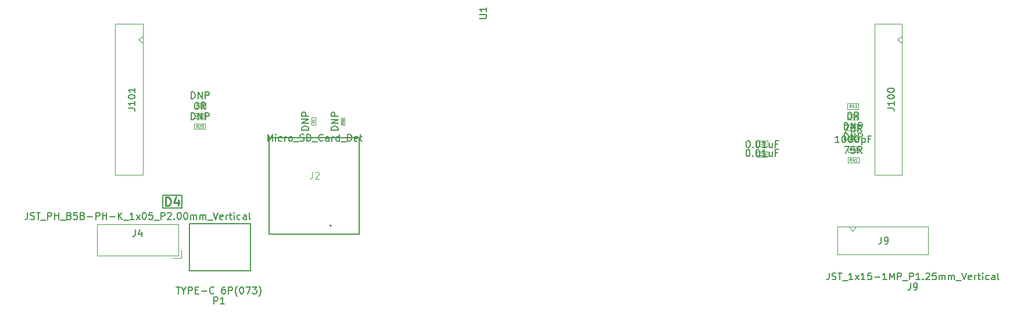
<source format=gbr>
G04 #@! TF.GenerationSoftware,KiCad,Pcbnew,8.0.0-rc1*
G04 #@! TF.CreationDate,2024-11-04T15:19:59+03:00*
G04 #@! TF.ProjectId,Movita_CM4_CT_Router_V3.1,4d6f7669-7461-45f4-934d-345f43545f52,REV1*
G04 #@! TF.SameCoordinates,Original*
G04 #@! TF.FileFunction,AssemblyDrawing,Top*
%FSLAX46Y46*%
G04 Gerber Fmt 4.6, Leading zero omitted, Abs format (unit mm)*
G04 Created by KiCad (PCBNEW 8.0.0-rc1) date 2024-11-04 15:19:59*
%MOMM*%
%LPD*%
G01*
G04 APERTURE LIST*
%ADD10C,0.150000*%
%ADD11C,0.060000*%
%ADD12C,0.254000*%
%ADD13C,0.100000*%
%ADD14C,0.040000*%
%ADD15C,0.200000*%
%ADD16C,0.127000*%
G04 APERTURE END LIST*
D10*
X206839719Y-116104009D02*
X206934957Y-116104009D01*
X206934957Y-116104009D02*
X207030195Y-116151628D01*
X207030195Y-116151628D02*
X207077814Y-116199247D01*
X207077814Y-116199247D02*
X207125433Y-116294485D01*
X207125433Y-116294485D02*
X207173052Y-116484961D01*
X207173052Y-116484961D02*
X207173052Y-116723056D01*
X207173052Y-116723056D02*
X207125433Y-116913532D01*
X207125433Y-116913532D02*
X207077814Y-117008770D01*
X207077814Y-117008770D02*
X207030195Y-117056390D01*
X207030195Y-117056390D02*
X206934957Y-117104009D01*
X206934957Y-117104009D02*
X206839719Y-117104009D01*
X206839719Y-117104009D02*
X206744481Y-117056390D01*
X206744481Y-117056390D02*
X206696862Y-117008770D01*
X206696862Y-117008770D02*
X206649243Y-116913532D01*
X206649243Y-116913532D02*
X206601624Y-116723056D01*
X206601624Y-116723056D02*
X206601624Y-116484961D01*
X206601624Y-116484961D02*
X206649243Y-116294485D01*
X206649243Y-116294485D02*
X206696862Y-116199247D01*
X206696862Y-116199247D02*
X206744481Y-116151628D01*
X206744481Y-116151628D02*
X206839719Y-116104009D01*
X207601624Y-117008770D02*
X207649243Y-117056390D01*
X207649243Y-117056390D02*
X207601624Y-117104009D01*
X207601624Y-117104009D02*
X207554005Y-117056390D01*
X207554005Y-117056390D02*
X207601624Y-117008770D01*
X207601624Y-117008770D02*
X207601624Y-117104009D01*
X208268290Y-116104009D02*
X208363528Y-116104009D01*
X208363528Y-116104009D02*
X208458766Y-116151628D01*
X208458766Y-116151628D02*
X208506385Y-116199247D01*
X208506385Y-116199247D02*
X208554004Y-116294485D01*
X208554004Y-116294485D02*
X208601623Y-116484961D01*
X208601623Y-116484961D02*
X208601623Y-116723056D01*
X208601623Y-116723056D02*
X208554004Y-116913532D01*
X208554004Y-116913532D02*
X208506385Y-117008770D01*
X208506385Y-117008770D02*
X208458766Y-117056390D01*
X208458766Y-117056390D02*
X208363528Y-117104009D01*
X208363528Y-117104009D02*
X208268290Y-117104009D01*
X208268290Y-117104009D02*
X208173052Y-117056390D01*
X208173052Y-117056390D02*
X208125433Y-117008770D01*
X208125433Y-117008770D02*
X208077814Y-116913532D01*
X208077814Y-116913532D02*
X208030195Y-116723056D01*
X208030195Y-116723056D02*
X208030195Y-116484961D01*
X208030195Y-116484961D02*
X208077814Y-116294485D01*
X208077814Y-116294485D02*
X208125433Y-116199247D01*
X208125433Y-116199247D02*
X208173052Y-116151628D01*
X208173052Y-116151628D02*
X208268290Y-116104009D01*
X209554004Y-117104009D02*
X208982576Y-117104009D01*
X209268290Y-117104009D02*
X209268290Y-116104009D01*
X209268290Y-116104009D02*
X209173052Y-116246866D01*
X209173052Y-116246866D02*
X209077814Y-116342104D01*
X209077814Y-116342104D02*
X208982576Y-116389723D01*
X210411147Y-116437342D02*
X210411147Y-117104009D01*
X209982576Y-116437342D02*
X209982576Y-116961151D01*
X209982576Y-116961151D02*
X210030195Y-117056390D01*
X210030195Y-117056390D02*
X210125433Y-117104009D01*
X210125433Y-117104009D02*
X210268290Y-117104009D01*
X210268290Y-117104009D02*
X210363528Y-117056390D01*
X210363528Y-117056390D02*
X210411147Y-117008770D01*
X211220671Y-116580199D02*
X210887338Y-116580199D01*
X210887338Y-117104009D02*
X210887338Y-116104009D01*
X210887338Y-116104009D02*
X211363528Y-116104009D01*
D11*
X208701624Y-115363022D02*
X208682576Y-115382070D01*
X208682576Y-115382070D02*
X208625434Y-115401117D01*
X208625434Y-115401117D02*
X208587338Y-115401117D01*
X208587338Y-115401117D02*
X208530195Y-115382070D01*
X208530195Y-115382070D02*
X208492100Y-115343974D01*
X208492100Y-115343974D02*
X208473053Y-115305879D01*
X208473053Y-115305879D02*
X208454005Y-115229689D01*
X208454005Y-115229689D02*
X208454005Y-115172546D01*
X208454005Y-115172546D02*
X208473053Y-115096355D01*
X208473053Y-115096355D02*
X208492100Y-115058260D01*
X208492100Y-115058260D02*
X208530195Y-115020165D01*
X208530195Y-115020165D02*
X208587338Y-115001117D01*
X208587338Y-115001117D02*
X208625434Y-115001117D01*
X208625434Y-115001117D02*
X208682576Y-115020165D01*
X208682576Y-115020165D02*
X208701624Y-115039212D01*
X208854005Y-115039212D02*
X208873053Y-115020165D01*
X208873053Y-115020165D02*
X208911148Y-115001117D01*
X208911148Y-115001117D02*
X209006386Y-115001117D01*
X209006386Y-115001117D02*
X209044481Y-115020165D01*
X209044481Y-115020165D02*
X209063529Y-115039212D01*
X209063529Y-115039212D02*
X209082576Y-115077308D01*
X209082576Y-115077308D02*
X209082576Y-115115403D01*
X209082576Y-115115403D02*
X209063529Y-115172546D01*
X209063529Y-115172546D02*
X208834957Y-115401117D01*
X208834957Y-115401117D02*
X209082576Y-115401117D01*
X209311147Y-115172546D02*
X209273052Y-115153498D01*
X209273052Y-115153498D02*
X209254005Y-115134450D01*
X209254005Y-115134450D02*
X209234957Y-115096355D01*
X209234957Y-115096355D02*
X209234957Y-115077308D01*
X209234957Y-115077308D02*
X209254005Y-115039212D01*
X209254005Y-115039212D02*
X209273052Y-115020165D01*
X209273052Y-115020165D02*
X209311147Y-115001117D01*
X209311147Y-115001117D02*
X209387338Y-115001117D01*
X209387338Y-115001117D02*
X209425433Y-115020165D01*
X209425433Y-115020165D02*
X209444481Y-115039212D01*
X209444481Y-115039212D02*
X209463528Y-115077308D01*
X209463528Y-115077308D02*
X209463528Y-115096355D01*
X209463528Y-115096355D02*
X209444481Y-115134450D01*
X209444481Y-115134450D02*
X209425433Y-115153498D01*
X209425433Y-115153498D02*
X209387338Y-115172546D01*
X209387338Y-115172546D02*
X209311147Y-115172546D01*
X209311147Y-115172546D02*
X209273052Y-115191593D01*
X209273052Y-115191593D02*
X209254005Y-115210641D01*
X209254005Y-115210641D02*
X209234957Y-115248736D01*
X209234957Y-115248736D02*
X209234957Y-115324927D01*
X209234957Y-115324927D02*
X209254005Y-115363022D01*
X209254005Y-115363022D02*
X209273052Y-115382070D01*
X209273052Y-115382070D02*
X209311147Y-115401117D01*
X209311147Y-115401117D02*
X209387338Y-115401117D01*
X209387338Y-115401117D02*
X209425433Y-115382070D01*
X209425433Y-115382070D02*
X209444481Y-115363022D01*
X209444481Y-115363022D02*
X209463528Y-115324927D01*
X209463528Y-115324927D02*
X209463528Y-115248736D01*
X209463528Y-115248736D02*
X209444481Y-115210641D01*
X209444481Y-115210641D02*
X209425433Y-115191593D01*
X209425433Y-115191593D02*
X209387338Y-115172546D01*
D12*
X122054385Y-124288508D02*
X122054385Y-123018508D01*
X122054385Y-123018508D02*
X122356766Y-123018508D01*
X122356766Y-123018508D02*
X122538195Y-123078984D01*
X122538195Y-123078984D02*
X122659147Y-123199936D01*
X122659147Y-123199936D02*
X122719624Y-123320889D01*
X122719624Y-123320889D02*
X122780100Y-123562793D01*
X122780100Y-123562793D02*
X122780100Y-123744222D01*
X122780100Y-123744222D02*
X122719624Y-123986127D01*
X122719624Y-123986127D02*
X122659147Y-124107079D01*
X122659147Y-124107079D02*
X122538195Y-124228032D01*
X122538195Y-124228032D02*
X122356766Y-124288508D01*
X122356766Y-124288508D02*
X122054385Y-124288508D01*
X123868671Y-123441841D02*
X123868671Y-124288508D01*
X123566290Y-122958032D02*
X123263909Y-123865174D01*
X123263909Y-123865174D02*
X124050100Y-123865174D01*
D10*
X101926147Y-125269009D02*
X101926147Y-125983294D01*
X101926147Y-125983294D02*
X101878528Y-126126151D01*
X101878528Y-126126151D02*
X101783290Y-126221390D01*
X101783290Y-126221390D02*
X101640433Y-126269009D01*
X101640433Y-126269009D02*
X101545195Y-126269009D01*
X102354719Y-126221390D02*
X102497576Y-126269009D01*
X102497576Y-126269009D02*
X102735671Y-126269009D01*
X102735671Y-126269009D02*
X102830909Y-126221390D01*
X102830909Y-126221390D02*
X102878528Y-126173770D01*
X102878528Y-126173770D02*
X102926147Y-126078532D01*
X102926147Y-126078532D02*
X102926147Y-125983294D01*
X102926147Y-125983294D02*
X102878528Y-125888056D01*
X102878528Y-125888056D02*
X102830909Y-125840437D01*
X102830909Y-125840437D02*
X102735671Y-125792818D01*
X102735671Y-125792818D02*
X102545195Y-125745199D01*
X102545195Y-125745199D02*
X102449957Y-125697580D01*
X102449957Y-125697580D02*
X102402338Y-125649961D01*
X102402338Y-125649961D02*
X102354719Y-125554723D01*
X102354719Y-125554723D02*
X102354719Y-125459485D01*
X102354719Y-125459485D02*
X102402338Y-125364247D01*
X102402338Y-125364247D02*
X102449957Y-125316628D01*
X102449957Y-125316628D02*
X102545195Y-125269009D01*
X102545195Y-125269009D02*
X102783290Y-125269009D01*
X102783290Y-125269009D02*
X102926147Y-125316628D01*
X103211862Y-125269009D02*
X103783290Y-125269009D01*
X103497576Y-126269009D02*
X103497576Y-125269009D01*
X103878529Y-126364247D02*
X104640433Y-126364247D01*
X104878529Y-126269009D02*
X104878529Y-125269009D01*
X104878529Y-125269009D02*
X105259481Y-125269009D01*
X105259481Y-125269009D02*
X105354719Y-125316628D01*
X105354719Y-125316628D02*
X105402338Y-125364247D01*
X105402338Y-125364247D02*
X105449957Y-125459485D01*
X105449957Y-125459485D02*
X105449957Y-125602342D01*
X105449957Y-125602342D02*
X105402338Y-125697580D01*
X105402338Y-125697580D02*
X105354719Y-125745199D01*
X105354719Y-125745199D02*
X105259481Y-125792818D01*
X105259481Y-125792818D02*
X104878529Y-125792818D01*
X105878529Y-126269009D02*
X105878529Y-125269009D01*
X105878529Y-125745199D02*
X106449957Y-125745199D01*
X106449957Y-126269009D02*
X106449957Y-125269009D01*
X106688053Y-126364247D02*
X107449957Y-126364247D01*
X108021386Y-125745199D02*
X108164243Y-125792818D01*
X108164243Y-125792818D02*
X108211862Y-125840437D01*
X108211862Y-125840437D02*
X108259481Y-125935675D01*
X108259481Y-125935675D02*
X108259481Y-126078532D01*
X108259481Y-126078532D02*
X108211862Y-126173770D01*
X108211862Y-126173770D02*
X108164243Y-126221390D01*
X108164243Y-126221390D02*
X108069005Y-126269009D01*
X108069005Y-126269009D02*
X107688053Y-126269009D01*
X107688053Y-126269009D02*
X107688053Y-125269009D01*
X107688053Y-125269009D02*
X108021386Y-125269009D01*
X108021386Y-125269009D02*
X108116624Y-125316628D01*
X108116624Y-125316628D02*
X108164243Y-125364247D01*
X108164243Y-125364247D02*
X108211862Y-125459485D01*
X108211862Y-125459485D02*
X108211862Y-125554723D01*
X108211862Y-125554723D02*
X108164243Y-125649961D01*
X108164243Y-125649961D02*
X108116624Y-125697580D01*
X108116624Y-125697580D02*
X108021386Y-125745199D01*
X108021386Y-125745199D02*
X107688053Y-125745199D01*
X109164243Y-125269009D02*
X108688053Y-125269009D01*
X108688053Y-125269009D02*
X108640434Y-125745199D01*
X108640434Y-125745199D02*
X108688053Y-125697580D01*
X108688053Y-125697580D02*
X108783291Y-125649961D01*
X108783291Y-125649961D02*
X109021386Y-125649961D01*
X109021386Y-125649961D02*
X109116624Y-125697580D01*
X109116624Y-125697580D02*
X109164243Y-125745199D01*
X109164243Y-125745199D02*
X109211862Y-125840437D01*
X109211862Y-125840437D02*
X109211862Y-126078532D01*
X109211862Y-126078532D02*
X109164243Y-126173770D01*
X109164243Y-126173770D02*
X109116624Y-126221390D01*
X109116624Y-126221390D02*
X109021386Y-126269009D01*
X109021386Y-126269009D02*
X108783291Y-126269009D01*
X108783291Y-126269009D02*
X108688053Y-126221390D01*
X108688053Y-126221390D02*
X108640434Y-126173770D01*
X109973767Y-125745199D02*
X110116624Y-125792818D01*
X110116624Y-125792818D02*
X110164243Y-125840437D01*
X110164243Y-125840437D02*
X110211862Y-125935675D01*
X110211862Y-125935675D02*
X110211862Y-126078532D01*
X110211862Y-126078532D02*
X110164243Y-126173770D01*
X110164243Y-126173770D02*
X110116624Y-126221390D01*
X110116624Y-126221390D02*
X110021386Y-126269009D01*
X110021386Y-126269009D02*
X109640434Y-126269009D01*
X109640434Y-126269009D02*
X109640434Y-125269009D01*
X109640434Y-125269009D02*
X109973767Y-125269009D01*
X109973767Y-125269009D02*
X110069005Y-125316628D01*
X110069005Y-125316628D02*
X110116624Y-125364247D01*
X110116624Y-125364247D02*
X110164243Y-125459485D01*
X110164243Y-125459485D02*
X110164243Y-125554723D01*
X110164243Y-125554723D02*
X110116624Y-125649961D01*
X110116624Y-125649961D02*
X110069005Y-125697580D01*
X110069005Y-125697580D02*
X109973767Y-125745199D01*
X109973767Y-125745199D02*
X109640434Y-125745199D01*
X110640434Y-125888056D02*
X111402339Y-125888056D01*
X111878529Y-126269009D02*
X111878529Y-125269009D01*
X111878529Y-125269009D02*
X112259481Y-125269009D01*
X112259481Y-125269009D02*
X112354719Y-125316628D01*
X112354719Y-125316628D02*
X112402338Y-125364247D01*
X112402338Y-125364247D02*
X112449957Y-125459485D01*
X112449957Y-125459485D02*
X112449957Y-125602342D01*
X112449957Y-125602342D02*
X112402338Y-125697580D01*
X112402338Y-125697580D02*
X112354719Y-125745199D01*
X112354719Y-125745199D02*
X112259481Y-125792818D01*
X112259481Y-125792818D02*
X111878529Y-125792818D01*
X112878529Y-126269009D02*
X112878529Y-125269009D01*
X112878529Y-125745199D02*
X113449957Y-125745199D01*
X113449957Y-126269009D02*
X113449957Y-125269009D01*
X113926148Y-125888056D02*
X114688053Y-125888056D01*
X115164243Y-126269009D02*
X115164243Y-125269009D01*
X115735671Y-126269009D02*
X115307100Y-125697580D01*
X115735671Y-125269009D02*
X115164243Y-125840437D01*
X115926148Y-126364247D02*
X116688052Y-126364247D01*
X117449957Y-126269009D02*
X116878529Y-126269009D01*
X117164243Y-126269009D02*
X117164243Y-125269009D01*
X117164243Y-125269009D02*
X117069005Y-125411866D01*
X117069005Y-125411866D02*
X116973767Y-125507104D01*
X116973767Y-125507104D02*
X116878529Y-125554723D01*
X117783291Y-126269009D02*
X118307100Y-125602342D01*
X117783291Y-125602342D02*
X118307100Y-126269009D01*
X118878529Y-125269009D02*
X118973767Y-125269009D01*
X118973767Y-125269009D02*
X119069005Y-125316628D01*
X119069005Y-125316628D02*
X119116624Y-125364247D01*
X119116624Y-125364247D02*
X119164243Y-125459485D01*
X119164243Y-125459485D02*
X119211862Y-125649961D01*
X119211862Y-125649961D02*
X119211862Y-125888056D01*
X119211862Y-125888056D02*
X119164243Y-126078532D01*
X119164243Y-126078532D02*
X119116624Y-126173770D01*
X119116624Y-126173770D02*
X119069005Y-126221390D01*
X119069005Y-126221390D02*
X118973767Y-126269009D01*
X118973767Y-126269009D02*
X118878529Y-126269009D01*
X118878529Y-126269009D02*
X118783291Y-126221390D01*
X118783291Y-126221390D02*
X118735672Y-126173770D01*
X118735672Y-126173770D02*
X118688053Y-126078532D01*
X118688053Y-126078532D02*
X118640434Y-125888056D01*
X118640434Y-125888056D02*
X118640434Y-125649961D01*
X118640434Y-125649961D02*
X118688053Y-125459485D01*
X118688053Y-125459485D02*
X118735672Y-125364247D01*
X118735672Y-125364247D02*
X118783291Y-125316628D01*
X118783291Y-125316628D02*
X118878529Y-125269009D01*
X120116624Y-125269009D02*
X119640434Y-125269009D01*
X119640434Y-125269009D02*
X119592815Y-125745199D01*
X119592815Y-125745199D02*
X119640434Y-125697580D01*
X119640434Y-125697580D02*
X119735672Y-125649961D01*
X119735672Y-125649961D02*
X119973767Y-125649961D01*
X119973767Y-125649961D02*
X120069005Y-125697580D01*
X120069005Y-125697580D02*
X120116624Y-125745199D01*
X120116624Y-125745199D02*
X120164243Y-125840437D01*
X120164243Y-125840437D02*
X120164243Y-126078532D01*
X120164243Y-126078532D02*
X120116624Y-126173770D01*
X120116624Y-126173770D02*
X120069005Y-126221390D01*
X120069005Y-126221390D02*
X119973767Y-126269009D01*
X119973767Y-126269009D02*
X119735672Y-126269009D01*
X119735672Y-126269009D02*
X119640434Y-126221390D01*
X119640434Y-126221390D02*
X119592815Y-126173770D01*
X120354720Y-126364247D02*
X121116624Y-126364247D01*
X121354720Y-126269009D02*
X121354720Y-125269009D01*
X121354720Y-125269009D02*
X121735672Y-125269009D01*
X121735672Y-125269009D02*
X121830910Y-125316628D01*
X121830910Y-125316628D02*
X121878529Y-125364247D01*
X121878529Y-125364247D02*
X121926148Y-125459485D01*
X121926148Y-125459485D02*
X121926148Y-125602342D01*
X121926148Y-125602342D02*
X121878529Y-125697580D01*
X121878529Y-125697580D02*
X121830910Y-125745199D01*
X121830910Y-125745199D02*
X121735672Y-125792818D01*
X121735672Y-125792818D02*
X121354720Y-125792818D01*
X122307101Y-125364247D02*
X122354720Y-125316628D01*
X122354720Y-125316628D02*
X122449958Y-125269009D01*
X122449958Y-125269009D02*
X122688053Y-125269009D01*
X122688053Y-125269009D02*
X122783291Y-125316628D01*
X122783291Y-125316628D02*
X122830910Y-125364247D01*
X122830910Y-125364247D02*
X122878529Y-125459485D01*
X122878529Y-125459485D02*
X122878529Y-125554723D01*
X122878529Y-125554723D02*
X122830910Y-125697580D01*
X122830910Y-125697580D02*
X122259482Y-126269009D01*
X122259482Y-126269009D02*
X122878529Y-126269009D01*
X123307101Y-126173770D02*
X123354720Y-126221390D01*
X123354720Y-126221390D02*
X123307101Y-126269009D01*
X123307101Y-126269009D02*
X123259482Y-126221390D01*
X123259482Y-126221390D02*
X123307101Y-126173770D01*
X123307101Y-126173770D02*
X123307101Y-126269009D01*
X123973767Y-125269009D02*
X124069005Y-125269009D01*
X124069005Y-125269009D02*
X124164243Y-125316628D01*
X124164243Y-125316628D02*
X124211862Y-125364247D01*
X124211862Y-125364247D02*
X124259481Y-125459485D01*
X124259481Y-125459485D02*
X124307100Y-125649961D01*
X124307100Y-125649961D02*
X124307100Y-125888056D01*
X124307100Y-125888056D02*
X124259481Y-126078532D01*
X124259481Y-126078532D02*
X124211862Y-126173770D01*
X124211862Y-126173770D02*
X124164243Y-126221390D01*
X124164243Y-126221390D02*
X124069005Y-126269009D01*
X124069005Y-126269009D02*
X123973767Y-126269009D01*
X123973767Y-126269009D02*
X123878529Y-126221390D01*
X123878529Y-126221390D02*
X123830910Y-126173770D01*
X123830910Y-126173770D02*
X123783291Y-126078532D01*
X123783291Y-126078532D02*
X123735672Y-125888056D01*
X123735672Y-125888056D02*
X123735672Y-125649961D01*
X123735672Y-125649961D02*
X123783291Y-125459485D01*
X123783291Y-125459485D02*
X123830910Y-125364247D01*
X123830910Y-125364247D02*
X123878529Y-125316628D01*
X123878529Y-125316628D02*
X123973767Y-125269009D01*
X124926148Y-125269009D02*
X125021386Y-125269009D01*
X125021386Y-125269009D02*
X125116624Y-125316628D01*
X125116624Y-125316628D02*
X125164243Y-125364247D01*
X125164243Y-125364247D02*
X125211862Y-125459485D01*
X125211862Y-125459485D02*
X125259481Y-125649961D01*
X125259481Y-125649961D02*
X125259481Y-125888056D01*
X125259481Y-125888056D02*
X125211862Y-126078532D01*
X125211862Y-126078532D02*
X125164243Y-126173770D01*
X125164243Y-126173770D02*
X125116624Y-126221390D01*
X125116624Y-126221390D02*
X125021386Y-126269009D01*
X125021386Y-126269009D02*
X124926148Y-126269009D01*
X124926148Y-126269009D02*
X124830910Y-126221390D01*
X124830910Y-126221390D02*
X124783291Y-126173770D01*
X124783291Y-126173770D02*
X124735672Y-126078532D01*
X124735672Y-126078532D02*
X124688053Y-125888056D01*
X124688053Y-125888056D02*
X124688053Y-125649961D01*
X124688053Y-125649961D02*
X124735672Y-125459485D01*
X124735672Y-125459485D02*
X124783291Y-125364247D01*
X124783291Y-125364247D02*
X124830910Y-125316628D01*
X124830910Y-125316628D02*
X124926148Y-125269009D01*
X125688053Y-126269009D02*
X125688053Y-125602342D01*
X125688053Y-125697580D02*
X125735672Y-125649961D01*
X125735672Y-125649961D02*
X125830910Y-125602342D01*
X125830910Y-125602342D02*
X125973767Y-125602342D01*
X125973767Y-125602342D02*
X126069005Y-125649961D01*
X126069005Y-125649961D02*
X126116624Y-125745199D01*
X126116624Y-125745199D02*
X126116624Y-126269009D01*
X126116624Y-125745199D02*
X126164243Y-125649961D01*
X126164243Y-125649961D02*
X126259481Y-125602342D01*
X126259481Y-125602342D02*
X126402338Y-125602342D01*
X126402338Y-125602342D02*
X126497577Y-125649961D01*
X126497577Y-125649961D02*
X126545196Y-125745199D01*
X126545196Y-125745199D02*
X126545196Y-126269009D01*
X127021386Y-126269009D02*
X127021386Y-125602342D01*
X127021386Y-125697580D02*
X127069005Y-125649961D01*
X127069005Y-125649961D02*
X127164243Y-125602342D01*
X127164243Y-125602342D02*
X127307100Y-125602342D01*
X127307100Y-125602342D02*
X127402338Y-125649961D01*
X127402338Y-125649961D02*
X127449957Y-125745199D01*
X127449957Y-125745199D02*
X127449957Y-126269009D01*
X127449957Y-125745199D02*
X127497576Y-125649961D01*
X127497576Y-125649961D02*
X127592814Y-125602342D01*
X127592814Y-125602342D02*
X127735671Y-125602342D01*
X127735671Y-125602342D02*
X127830910Y-125649961D01*
X127830910Y-125649961D02*
X127878529Y-125745199D01*
X127878529Y-125745199D02*
X127878529Y-126269009D01*
X128116624Y-126364247D02*
X128878528Y-126364247D01*
X128973767Y-125269009D02*
X129307100Y-126269009D01*
X129307100Y-126269009D02*
X129640433Y-125269009D01*
X130354719Y-126221390D02*
X130259481Y-126269009D01*
X130259481Y-126269009D02*
X130069005Y-126269009D01*
X130069005Y-126269009D02*
X129973767Y-126221390D01*
X129973767Y-126221390D02*
X129926148Y-126126151D01*
X129926148Y-126126151D02*
X129926148Y-125745199D01*
X129926148Y-125745199D02*
X129973767Y-125649961D01*
X129973767Y-125649961D02*
X130069005Y-125602342D01*
X130069005Y-125602342D02*
X130259481Y-125602342D01*
X130259481Y-125602342D02*
X130354719Y-125649961D01*
X130354719Y-125649961D02*
X130402338Y-125745199D01*
X130402338Y-125745199D02*
X130402338Y-125840437D01*
X130402338Y-125840437D02*
X129926148Y-125935675D01*
X130830910Y-126269009D02*
X130830910Y-125602342D01*
X130830910Y-125792818D02*
X130878529Y-125697580D01*
X130878529Y-125697580D02*
X130926148Y-125649961D01*
X130926148Y-125649961D02*
X131021386Y-125602342D01*
X131021386Y-125602342D02*
X131116624Y-125602342D01*
X131307101Y-125602342D02*
X131688053Y-125602342D01*
X131449958Y-125269009D02*
X131449958Y-126126151D01*
X131449958Y-126126151D02*
X131497577Y-126221390D01*
X131497577Y-126221390D02*
X131592815Y-126269009D01*
X131592815Y-126269009D02*
X131688053Y-126269009D01*
X132021387Y-126269009D02*
X132021387Y-125602342D01*
X132021387Y-125269009D02*
X131973768Y-125316628D01*
X131973768Y-125316628D02*
X132021387Y-125364247D01*
X132021387Y-125364247D02*
X132069006Y-125316628D01*
X132069006Y-125316628D02*
X132021387Y-125269009D01*
X132021387Y-125269009D02*
X132021387Y-125364247D01*
X132926148Y-126221390D02*
X132830910Y-126269009D01*
X132830910Y-126269009D02*
X132640434Y-126269009D01*
X132640434Y-126269009D02*
X132545196Y-126221390D01*
X132545196Y-126221390D02*
X132497577Y-126173770D01*
X132497577Y-126173770D02*
X132449958Y-126078532D01*
X132449958Y-126078532D02*
X132449958Y-125792818D01*
X132449958Y-125792818D02*
X132497577Y-125697580D01*
X132497577Y-125697580D02*
X132545196Y-125649961D01*
X132545196Y-125649961D02*
X132640434Y-125602342D01*
X132640434Y-125602342D02*
X132830910Y-125602342D01*
X132830910Y-125602342D02*
X132926148Y-125649961D01*
X133783291Y-126269009D02*
X133783291Y-125745199D01*
X133783291Y-125745199D02*
X133735672Y-125649961D01*
X133735672Y-125649961D02*
X133640434Y-125602342D01*
X133640434Y-125602342D02*
X133449958Y-125602342D01*
X133449958Y-125602342D02*
X133354720Y-125649961D01*
X133783291Y-126221390D02*
X133688053Y-126269009D01*
X133688053Y-126269009D02*
X133449958Y-126269009D01*
X133449958Y-126269009D02*
X133354720Y-126221390D01*
X133354720Y-126221390D02*
X133307101Y-126126151D01*
X133307101Y-126126151D02*
X133307101Y-126030913D01*
X133307101Y-126030913D02*
X133354720Y-125935675D01*
X133354720Y-125935675D02*
X133449958Y-125888056D01*
X133449958Y-125888056D02*
X133688053Y-125888056D01*
X133688053Y-125888056D02*
X133783291Y-125840437D01*
X134402339Y-126269009D02*
X134307101Y-126221390D01*
X134307101Y-126221390D02*
X134259482Y-126126151D01*
X134259482Y-126126151D02*
X134259482Y-125269009D01*
X117640433Y-127769009D02*
X117640433Y-128483294D01*
X117640433Y-128483294D02*
X117592814Y-128626151D01*
X117592814Y-128626151D02*
X117497576Y-128721390D01*
X117497576Y-128721390D02*
X117354719Y-128769009D01*
X117354719Y-128769009D02*
X117259481Y-128769009D01*
X118545195Y-128102342D02*
X118545195Y-128769009D01*
X118307100Y-127721390D02*
X118069005Y-128435675D01*
X118069005Y-128435675D02*
X118688052Y-128435675D01*
X220194957Y-115079009D02*
X219623529Y-115079009D01*
X219909243Y-115079009D02*
X219909243Y-114079009D01*
X219909243Y-114079009D02*
X219814005Y-114221866D01*
X219814005Y-114221866D02*
X219718767Y-114317104D01*
X219718767Y-114317104D02*
X219623529Y-114364723D01*
X220814005Y-114079009D02*
X220909243Y-114079009D01*
X220909243Y-114079009D02*
X221004481Y-114126628D01*
X221004481Y-114126628D02*
X221052100Y-114174247D01*
X221052100Y-114174247D02*
X221099719Y-114269485D01*
X221099719Y-114269485D02*
X221147338Y-114459961D01*
X221147338Y-114459961D02*
X221147338Y-114698056D01*
X221147338Y-114698056D02*
X221099719Y-114888532D01*
X221099719Y-114888532D02*
X221052100Y-114983770D01*
X221052100Y-114983770D02*
X221004481Y-115031390D01*
X221004481Y-115031390D02*
X220909243Y-115079009D01*
X220909243Y-115079009D02*
X220814005Y-115079009D01*
X220814005Y-115079009D02*
X220718767Y-115031390D01*
X220718767Y-115031390D02*
X220671148Y-114983770D01*
X220671148Y-114983770D02*
X220623529Y-114888532D01*
X220623529Y-114888532D02*
X220575910Y-114698056D01*
X220575910Y-114698056D02*
X220575910Y-114459961D01*
X220575910Y-114459961D02*
X220623529Y-114269485D01*
X220623529Y-114269485D02*
X220671148Y-114174247D01*
X220671148Y-114174247D02*
X220718767Y-114126628D01*
X220718767Y-114126628D02*
X220814005Y-114079009D01*
X221766386Y-114079009D02*
X221861624Y-114079009D01*
X221861624Y-114079009D02*
X221956862Y-114126628D01*
X221956862Y-114126628D02*
X222004481Y-114174247D01*
X222004481Y-114174247D02*
X222052100Y-114269485D01*
X222052100Y-114269485D02*
X222099719Y-114459961D01*
X222099719Y-114459961D02*
X222099719Y-114698056D01*
X222099719Y-114698056D02*
X222052100Y-114888532D01*
X222052100Y-114888532D02*
X222004481Y-114983770D01*
X222004481Y-114983770D02*
X221956862Y-115031390D01*
X221956862Y-115031390D02*
X221861624Y-115079009D01*
X221861624Y-115079009D02*
X221766386Y-115079009D01*
X221766386Y-115079009D02*
X221671148Y-115031390D01*
X221671148Y-115031390D02*
X221623529Y-114983770D01*
X221623529Y-114983770D02*
X221575910Y-114888532D01*
X221575910Y-114888532D02*
X221528291Y-114698056D01*
X221528291Y-114698056D02*
X221528291Y-114459961D01*
X221528291Y-114459961D02*
X221575910Y-114269485D01*
X221575910Y-114269485D02*
X221623529Y-114174247D01*
X221623529Y-114174247D02*
X221671148Y-114126628D01*
X221671148Y-114126628D02*
X221766386Y-114079009D01*
X222718767Y-114079009D02*
X222814005Y-114079009D01*
X222814005Y-114079009D02*
X222909243Y-114126628D01*
X222909243Y-114126628D02*
X222956862Y-114174247D01*
X222956862Y-114174247D02*
X223004481Y-114269485D01*
X223004481Y-114269485D02*
X223052100Y-114459961D01*
X223052100Y-114459961D02*
X223052100Y-114698056D01*
X223052100Y-114698056D02*
X223004481Y-114888532D01*
X223004481Y-114888532D02*
X222956862Y-114983770D01*
X222956862Y-114983770D02*
X222909243Y-115031390D01*
X222909243Y-115031390D02*
X222814005Y-115079009D01*
X222814005Y-115079009D02*
X222718767Y-115079009D01*
X222718767Y-115079009D02*
X222623529Y-115031390D01*
X222623529Y-115031390D02*
X222575910Y-114983770D01*
X222575910Y-114983770D02*
X222528291Y-114888532D01*
X222528291Y-114888532D02*
X222480672Y-114698056D01*
X222480672Y-114698056D02*
X222480672Y-114459961D01*
X222480672Y-114459961D02*
X222528291Y-114269485D01*
X222528291Y-114269485D02*
X222575910Y-114174247D01*
X222575910Y-114174247D02*
X222623529Y-114126628D01*
X222623529Y-114126628D02*
X222718767Y-114079009D01*
X223480672Y-114412342D02*
X223480672Y-115412342D01*
X223480672Y-114459961D02*
X223575910Y-114412342D01*
X223575910Y-114412342D02*
X223766386Y-114412342D01*
X223766386Y-114412342D02*
X223861624Y-114459961D01*
X223861624Y-114459961D02*
X223909243Y-114507580D01*
X223909243Y-114507580D02*
X223956862Y-114602818D01*
X223956862Y-114602818D02*
X223956862Y-114888532D01*
X223956862Y-114888532D02*
X223909243Y-114983770D01*
X223909243Y-114983770D02*
X223861624Y-115031390D01*
X223861624Y-115031390D02*
X223766386Y-115079009D01*
X223766386Y-115079009D02*
X223575910Y-115079009D01*
X223575910Y-115079009D02*
X223480672Y-115031390D01*
X224718767Y-114555199D02*
X224385434Y-114555199D01*
X224385434Y-115079009D02*
X224385434Y-114079009D01*
X224385434Y-114079009D02*
X224861624Y-114079009D01*
D11*
X221961624Y-116198022D02*
X221942576Y-116217070D01*
X221942576Y-116217070D02*
X221885434Y-116236117D01*
X221885434Y-116236117D02*
X221847338Y-116236117D01*
X221847338Y-116236117D02*
X221790195Y-116217070D01*
X221790195Y-116217070D02*
X221752100Y-116178974D01*
X221752100Y-116178974D02*
X221733053Y-116140879D01*
X221733053Y-116140879D02*
X221714005Y-116064689D01*
X221714005Y-116064689D02*
X221714005Y-116007546D01*
X221714005Y-116007546D02*
X221733053Y-115931355D01*
X221733053Y-115931355D02*
X221752100Y-115893260D01*
X221752100Y-115893260D02*
X221790195Y-115855165D01*
X221790195Y-115855165D02*
X221847338Y-115836117D01*
X221847338Y-115836117D02*
X221885434Y-115836117D01*
X221885434Y-115836117D02*
X221942576Y-115855165D01*
X221942576Y-115855165D02*
X221961624Y-115874212D01*
X222094957Y-115836117D02*
X222342576Y-115836117D01*
X222342576Y-115836117D02*
X222209243Y-115988498D01*
X222209243Y-115988498D02*
X222266386Y-115988498D01*
X222266386Y-115988498D02*
X222304481Y-116007546D01*
X222304481Y-116007546D02*
X222323529Y-116026593D01*
X222323529Y-116026593D02*
X222342576Y-116064689D01*
X222342576Y-116064689D02*
X222342576Y-116159927D01*
X222342576Y-116159927D02*
X222323529Y-116198022D01*
X222323529Y-116198022D02*
X222304481Y-116217070D01*
X222304481Y-116217070D02*
X222266386Y-116236117D01*
X222266386Y-116236117D02*
X222152100Y-116236117D01*
X222152100Y-116236117D02*
X222114005Y-116217070D01*
X222114005Y-116217070D02*
X222094957Y-116198022D01*
X222590195Y-115836117D02*
X222628290Y-115836117D01*
X222628290Y-115836117D02*
X222666386Y-115855165D01*
X222666386Y-115855165D02*
X222685433Y-115874212D01*
X222685433Y-115874212D02*
X222704481Y-115912308D01*
X222704481Y-115912308D02*
X222723528Y-115988498D01*
X222723528Y-115988498D02*
X222723528Y-116083736D01*
X222723528Y-116083736D02*
X222704481Y-116159927D01*
X222704481Y-116159927D02*
X222685433Y-116198022D01*
X222685433Y-116198022D02*
X222666386Y-116217070D01*
X222666386Y-116217070D02*
X222628290Y-116236117D01*
X222628290Y-116236117D02*
X222590195Y-116236117D01*
X222590195Y-116236117D02*
X222552100Y-116217070D01*
X222552100Y-116217070D02*
X222533052Y-116198022D01*
X222533052Y-116198022D02*
X222514005Y-116159927D01*
X222514005Y-116159927D02*
X222494957Y-116083736D01*
X222494957Y-116083736D02*
X222494957Y-115988498D01*
X222494957Y-115988498D02*
X222514005Y-115912308D01*
X222514005Y-115912308D02*
X222533052Y-115874212D01*
X222533052Y-115874212D02*
X222552100Y-115855165D01*
X222552100Y-115855165D02*
X222590195Y-115836117D01*
D10*
X123595671Y-136109009D02*
X124167099Y-136109009D01*
X123881385Y-137109009D02*
X123881385Y-136109009D01*
X124690909Y-136632818D02*
X124690909Y-137109009D01*
X124357576Y-136109009D02*
X124690909Y-136632818D01*
X124690909Y-136632818D02*
X125024242Y-136109009D01*
X125357576Y-137109009D02*
X125357576Y-136109009D01*
X125357576Y-136109009D02*
X125738528Y-136109009D01*
X125738528Y-136109009D02*
X125833766Y-136156628D01*
X125833766Y-136156628D02*
X125881385Y-136204247D01*
X125881385Y-136204247D02*
X125929004Y-136299485D01*
X125929004Y-136299485D02*
X125929004Y-136442342D01*
X125929004Y-136442342D02*
X125881385Y-136537580D01*
X125881385Y-136537580D02*
X125833766Y-136585199D01*
X125833766Y-136585199D02*
X125738528Y-136632818D01*
X125738528Y-136632818D02*
X125357576Y-136632818D01*
X126357576Y-136585199D02*
X126690909Y-136585199D01*
X126833766Y-137109009D02*
X126357576Y-137109009D01*
X126357576Y-137109009D02*
X126357576Y-136109009D01*
X126357576Y-136109009D02*
X126833766Y-136109009D01*
X127262338Y-136728056D02*
X128024243Y-136728056D01*
X129071861Y-137013770D02*
X129024242Y-137061390D01*
X129024242Y-137061390D02*
X128881385Y-137109009D01*
X128881385Y-137109009D02*
X128786147Y-137109009D01*
X128786147Y-137109009D02*
X128643290Y-137061390D01*
X128643290Y-137061390D02*
X128548052Y-136966151D01*
X128548052Y-136966151D02*
X128500433Y-136870913D01*
X128500433Y-136870913D02*
X128452814Y-136680437D01*
X128452814Y-136680437D02*
X128452814Y-136537580D01*
X128452814Y-136537580D02*
X128500433Y-136347104D01*
X128500433Y-136347104D02*
X128548052Y-136251866D01*
X128548052Y-136251866D02*
X128643290Y-136156628D01*
X128643290Y-136156628D02*
X128786147Y-136109009D01*
X128786147Y-136109009D02*
X128881385Y-136109009D01*
X128881385Y-136109009D02*
X129024242Y-136156628D01*
X129024242Y-136156628D02*
X129071861Y-136204247D01*
X130690909Y-136109009D02*
X130500433Y-136109009D01*
X130500433Y-136109009D02*
X130405195Y-136156628D01*
X130405195Y-136156628D02*
X130357576Y-136204247D01*
X130357576Y-136204247D02*
X130262338Y-136347104D01*
X130262338Y-136347104D02*
X130214719Y-136537580D01*
X130214719Y-136537580D02*
X130214719Y-136918532D01*
X130214719Y-136918532D02*
X130262338Y-137013770D01*
X130262338Y-137013770D02*
X130309957Y-137061390D01*
X130309957Y-137061390D02*
X130405195Y-137109009D01*
X130405195Y-137109009D02*
X130595671Y-137109009D01*
X130595671Y-137109009D02*
X130690909Y-137061390D01*
X130690909Y-137061390D02*
X130738528Y-137013770D01*
X130738528Y-137013770D02*
X130786147Y-136918532D01*
X130786147Y-136918532D02*
X130786147Y-136680437D01*
X130786147Y-136680437D02*
X130738528Y-136585199D01*
X130738528Y-136585199D02*
X130690909Y-136537580D01*
X130690909Y-136537580D02*
X130595671Y-136489961D01*
X130595671Y-136489961D02*
X130405195Y-136489961D01*
X130405195Y-136489961D02*
X130309957Y-136537580D01*
X130309957Y-136537580D02*
X130262338Y-136585199D01*
X130262338Y-136585199D02*
X130214719Y-136680437D01*
X131214719Y-137109009D02*
X131214719Y-136109009D01*
X131214719Y-136109009D02*
X131595671Y-136109009D01*
X131595671Y-136109009D02*
X131690909Y-136156628D01*
X131690909Y-136156628D02*
X131738528Y-136204247D01*
X131738528Y-136204247D02*
X131786147Y-136299485D01*
X131786147Y-136299485D02*
X131786147Y-136442342D01*
X131786147Y-136442342D02*
X131738528Y-136537580D01*
X131738528Y-136537580D02*
X131690909Y-136585199D01*
X131690909Y-136585199D02*
X131595671Y-136632818D01*
X131595671Y-136632818D02*
X131214719Y-136632818D01*
X132500433Y-137489961D02*
X132452814Y-137442342D01*
X132452814Y-137442342D02*
X132357576Y-137299485D01*
X132357576Y-137299485D02*
X132309957Y-137204247D01*
X132309957Y-137204247D02*
X132262338Y-137061390D01*
X132262338Y-137061390D02*
X132214719Y-136823294D01*
X132214719Y-136823294D02*
X132214719Y-136632818D01*
X132214719Y-136632818D02*
X132262338Y-136394723D01*
X132262338Y-136394723D02*
X132309957Y-136251866D01*
X132309957Y-136251866D02*
X132357576Y-136156628D01*
X132357576Y-136156628D02*
X132452814Y-136013770D01*
X132452814Y-136013770D02*
X132500433Y-135966151D01*
X133071862Y-136109009D02*
X133167100Y-136109009D01*
X133167100Y-136109009D02*
X133262338Y-136156628D01*
X133262338Y-136156628D02*
X133309957Y-136204247D01*
X133309957Y-136204247D02*
X133357576Y-136299485D01*
X133357576Y-136299485D02*
X133405195Y-136489961D01*
X133405195Y-136489961D02*
X133405195Y-136728056D01*
X133405195Y-136728056D02*
X133357576Y-136918532D01*
X133357576Y-136918532D02*
X133309957Y-137013770D01*
X133309957Y-137013770D02*
X133262338Y-137061390D01*
X133262338Y-137061390D02*
X133167100Y-137109009D01*
X133167100Y-137109009D02*
X133071862Y-137109009D01*
X133071862Y-137109009D02*
X132976624Y-137061390D01*
X132976624Y-137061390D02*
X132929005Y-137013770D01*
X132929005Y-137013770D02*
X132881386Y-136918532D01*
X132881386Y-136918532D02*
X132833767Y-136728056D01*
X132833767Y-136728056D02*
X132833767Y-136489961D01*
X132833767Y-136489961D02*
X132881386Y-136299485D01*
X132881386Y-136299485D02*
X132929005Y-136204247D01*
X132929005Y-136204247D02*
X132976624Y-136156628D01*
X132976624Y-136156628D02*
X133071862Y-136109009D01*
X133738529Y-136109009D02*
X134405195Y-136109009D01*
X134405195Y-136109009D02*
X133976624Y-137109009D01*
X134690910Y-136109009D02*
X135309957Y-136109009D01*
X135309957Y-136109009D02*
X134976624Y-136489961D01*
X134976624Y-136489961D02*
X135119481Y-136489961D01*
X135119481Y-136489961D02*
X135214719Y-136537580D01*
X135214719Y-136537580D02*
X135262338Y-136585199D01*
X135262338Y-136585199D02*
X135309957Y-136680437D01*
X135309957Y-136680437D02*
X135309957Y-136918532D01*
X135309957Y-136918532D02*
X135262338Y-137013770D01*
X135262338Y-137013770D02*
X135214719Y-137061390D01*
X135214719Y-137061390D02*
X135119481Y-137109009D01*
X135119481Y-137109009D02*
X134833767Y-137109009D01*
X134833767Y-137109009D02*
X134738529Y-137061390D01*
X134738529Y-137061390D02*
X134690910Y-137013770D01*
X135643291Y-137489961D02*
X135690910Y-137442342D01*
X135690910Y-137442342D02*
X135786148Y-137299485D01*
X135786148Y-137299485D02*
X135833767Y-137204247D01*
X135833767Y-137204247D02*
X135881386Y-137061390D01*
X135881386Y-137061390D02*
X135929005Y-136823294D01*
X135929005Y-136823294D02*
X135929005Y-136632818D01*
X135929005Y-136632818D02*
X135881386Y-136394723D01*
X135881386Y-136394723D02*
X135833767Y-136251866D01*
X135833767Y-136251866D02*
X135786148Y-136156628D01*
X135786148Y-136156628D02*
X135690910Y-136013770D01*
X135690910Y-136013770D02*
X135643291Y-135966151D01*
X129095672Y-138609009D02*
X129095672Y-137609009D01*
X129095672Y-137609009D02*
X129476624Y-137609009D01*
X129476624Y-137609009D02*
X129571862Y-137656628D01*
X129571862Y-137656628D02*
X129619481Y-137704247D01*
X129619481Y-137704247D02*
X129667100Y-137799485D01*
X129667100Y-137799485D02*
X129667100Y-137942342D01*
X129667100Y-137942342D02*
X129619481Y-138037580D01*
X129619481Y-138037580D02*
X129571862Y-138085199D01*
X129571862Y-138085199D02*
X129476624Y-138132818D01*
X129476624Y-138132818D02*
X129095672Y-138132818D01*
X130619481Y-138609009D02*
X130048053Y-138609009D01*
X130333767Y-138609009D02*
X130333767Y-137609009D01*
X130333767Y-137609009D02*
X130238529Y-137751866D01*
X130238529Y-137751866D02*
X130143291Y-137847104D01*
X130143291Y-137847104D02*
X130048053Y-137894723D01*
X220918053Y-114719009D02*
X220918053Y-113719009D01*
X220918053Y-113719009D02*
X221156148Y-113719009D01*
X221156148Y-113719009D02*
X221299005Y-113766628D01*
X221299005Y-113766628D02*
X221394243Y-113861866D01*
X221394243Y-113861866D02*
X221441862Y-113957104D01*
X221441862Y-113957104D02*
X221489481Y-114147580D01*
X221489481Y-114147580D02*
X221489481Y-114290437D01*
X221489481Y-114290437D02*
X221441862Y-114480913D01*
X221441862Y-114480913D02*
X221394243Y-114576151D01*
X221394243Y-114576151D02*
X221299005Y-114671390D01*
X221299005Y-114671390D02*
X221156148Y-114719009D01*
X221156148Y-114719009D02*
X220918053Y-114719009D01*
X221918053Y-114719009D02*
X221918053Y-113719009D01*
X221918053Y-113719009D02*
X222489481Y-114719009D01*
X222489481Y-114719009D02*
X222489481Y-113719009D01*
X222965672Y-114719009D02*
X222965672Y-113719009D01*
X222965672Y-113719009D02*
X223346624Y-113719009D01*
X223346624Y-113719009D02*
X223441862Y-113766628D01*
X223441862Y-113766628D02*
X223489481Y-113814247D01*
X223489481Y-113814247D02*
X223537100Y-113909485D01*
X223537100Y-113909485D02*
X223537100Y-114052342D01*
X223537100Y-114052342D02*
X223489481Y-114147580D01*
X223489481Y-114147580D02*
X223441862Y-114195199D01*
X223441862Y-114195199D02*
X223346624Y-114242818D01*
X223346624Y-114242818D02*
X222965672Y-114242818D01*
D11*
X222137100Y-113016117D02*
X222003767Y-112825641D01*
X221908529Y-113016117D02*
X221908529Y-112616117D01*
X221908529Y-112616117D02*
X222060910Y-112616117D01*
X222060910Y-112616117D02*
X222099005Y-112635165D01*
X222099005Y-112635165D02*
X222118052Y-112654212D01*
X222118052Y-112654212D02*
X222137100Y-112692308D01*
X222137100Y-112692308D02*
X222137100Y-112749450D01*
X222137100Y-112749450D02*
X222118052Y-112787546D01*
X222118052Y-112787546D02*
X222099005Y-112806593D01*
X222099005Y-112806593D02*
X222060910Y-112825641D01*
X222060910Y-112825641D02*
X221908529Y-112825641D01*
X222499005Y-112616117D02*
X222308529Y-112616117D01*
X222308529Y-112616117D02*
X222289481Y-112806593D01*
X222289481Y-112806593D02*
X222308529Y-112787546D01*
X222308529Y-112787546D02*
X222346624Y-112768498D01*
X222346624Y-112768498D02*
X222441862Y-112768498D01*
X222441862Y-112768498D02*
X222479957Y-112787546D01*
X222479957Y-112787546D02*
X222499005Y-112806593D01*
X222499005Y-112806593D02*
X222518052Y-112844689D01*
X222518052Y-112844689D02*
X222518052Y-112939927D01*
X222518052Y-112939927D02*
X222499005Y-112978022D01*
X222499005Y-112978022D02*
X222479957Y-112997070D01*
X222479957Y-112997070D02*
X222441862Y-113016117D01*
X222441862Y-113016117D02*
X222346624Y-113016117D01*
X222346624Y-113016117D02*
X222308529Y-112997070D01*
X222308529Y-112997070D02*
X222289481Y-112978022D01*
D10*
X125768053Y-108699009D02*
X125768053Y-107699009D01*
X125768053Y-107699009D02*
X126006148Y-107699009D01*
X126006148Y-107699009D02*
X126149005Y-107746628D01*
X126149005Y-107746628D02*
X126244243Y-107841866D01*
X126244243Y-107841866D02*
X126291862Y-107937104D01*
X126291862Y-107937104D02*
X126339481Y-108127580D01*
X126339481Y-108127580D02*
X126339481Y-108270437D01*
X126339481Y-108270437D02*
X126291862Y-108460913D01*
X126291862Y-108460913D02*
X126244243Y-108556151D01*
X126244243Y-108556151D02*
X126149005Y-108651390D01*
X126149005Y-108651390D02*
X126006148Y-108699009D01*
X126006148Y-108699009D02*
X125768053Y-108699009D01*
X126768053Y-108699009D02*
X126768053Y-107699009D01*
X126768053Y-107699009D02*
X127339481Y-108699009D01*
X127339481Y-108699009D02*
X127339481Y-107699009D01*
X127815672Y-108699009D02*
X127815672Y-107699009D01*
X127815672Y-107699009D02*
X128196624Y-107699009D01*
X128196624Y-107699009D02*
X128291862Y-107746628D01*
X128291862Y-107746628D02*
X128339481Y-107794247D01*
X128339481Y-107794247D02*
X128387100Y-107889485D01*
X128387100Y-107889485D02*
X128387100Y-108032342D01*
X128387100Y-108032342D02*
X128339481Y-108127580D01*
X128339481Y-108127580D02*
X128291862Y-108175199D01*
X128291862Y-108175199D02*
X128196624Y-108222818D01*
X128196624Y-108222818D02*
X127815672Y-108222818D01*
D11*
X126796624Y-109856117D02*
X126663291Y-109665641D01*
X126568053Y-109856117D02*
X126568053Y-109456117D01*
X126568053Y-109456117D02*
X126720434Y-109456117D01*
X126720434Y-109456117D02*
X126758529Y-109475165D01*
X126758529Y-109475165D02*
X126777576Y-109494212D01*
X126777576Y-109494212D02*
X126796624Y-109532308D01*
X126796624Y-109532308D02*
X126796624Y-109589450D01*
X126796624Y-109589450D02*
X126777576Y-109627546D01*
X126777576Y-109627546D02*
X126758529Y-109646593D01*
X126758529Y-109646593D02*
X126720434Y-109665641D01*
X126720434Y-109665641D02*
X126568053Y-109665641D01*
X126949005Y-109494212D02*
X126968053Y-109475165D01*
X126968053Y-109475165D02*
X127006148Y-109456117D01*
X127006148Y-109456117D02*
X127101386Y-109456117D01*
X127101386Y-109456117D02*
X127139481Y-109475165D01*
X127139481Y-109475165D02*
X127158529Y-109494212D01*
X127158529Y-109494212D02*
X127177576Y-109532308D01*
X127177576Y-109532308D02*
X127177576Y-109570403D01*
X127177576Y-109570403D02*
X127158529Y-109627546D01*
X127158529Y-109627546D02*
X126929957Y-109856117D01*
X126929957Y-109856117D02*
X127177576Y-109856117D01*
X127310909Y-109456117D02*
X127558528Y-109456117D01*
X127558528Y-109456117D02*
X127425195Y-109608498D01*
X127425195Y-109608498D02*
X127482338Y-109608498D01*
X127482338Y-109608498D02*
X127520433Y-109627546D01*
X127520433Y-109627546D02*
X127539481Y-109646593D01*
X127539481Y-109646593D02*
X127558528Y-109684689D01*
X127558528Y-109684689D02*
X127558528Y-109779927D01*
X127558528Y-109779927D02*
X127539481Y-109818022D01*
X127539481Y-109818022D02*
X127520433Y-109837070D01*
X127520433Y-109837070D02*
X127482338Y-109856117D01*
X127482338Y-109856117D02*
X127368052Y-109856117D01*
X127368052Y-109856117D02*
X127329957Y-109837070D01*
X127329957Y-109837070D02*
X127310909Y-109818022D01*
D10*
X136919242Y-114869009D02*
X136919242Y-113869009D01*
X136919242Y-113869009D02*
X137252575Y-114583294D01*
X137252575Y-114583294D02*
X137585908Y-113869009D01*
X137585908Y-113869009D02*
X137585908Y-114869009D01*
X138062099Y-114869009D02*
X138062099Y-114202342D01*
X138062099Y-113869009D02*
X138014480Y-113916628D01*
X138014480Y-113916628D02*
X138062099Y-113964247D01*
X138062099Y-113964247D02*
X138109718Y-113916628D01*
X138109718Y-113916628D02*
X138062099Y-113869009D01*
X138062099Y-113869009D02*
X138062099Y-113964247D01*
X138966860Y-114821390D02*
X138871622Y-114869009D01*
X138871622Y-114869009D02*
X138681146Y-114869009D01*
X138681146Y-114869009D02*
X138585908Y-114821390D01*
X138585908Y-114821390D02*
X138538289Y-114773770D01*
X138538289Y-114773770D02*
X138490670Y-114678532D01*
X138490670Y-114678532D02*
X138490670Y-114392818D01*
X138490670Y-114392818D02*
X138538289Y-114297580D01*
X138538289Y-114297580D02*
X138585908Y-114249961D01*
X138585908Y-114249961D02*
X138681146Y-114202342D01*
X138681146Y-114202342D02*
X138871622Y-114202342D01*
X138871622Y-114202342D02*
X138966860Y-114249961D01*
X139395432Y-114869009D02*
X139395432Y-114202342D01*
X139395432Y-114392818D02*
X139443051Y-114297580D01*
X139443051Y-114297580D02*
X139490670Y-114249961D01*
X139490670Y-114249961D02*
X139585908Y-114202342D01*
X139585908Y-114202342D02*
X139681146Y-114202342D01*
X140157337Y-114869009D02*
X140062099Y-114821390D01*
X140062099Y-114821390D02*
X140014480Y-114773770D01*
X140014480Y-114773770D02*
X139966861Y-114678532D01*
X139966861Y-114678532D02*
X139966861Y-114392818D01*
X139966861Y-114392818D02*
X140014480Y-114297580D01*
X140014480Y-114297580D02*
X140062099Y-114249961D01*
X140062099Y-114249961D02*
X140157337Y-114202342D01*
X140157337Y-114202342D02*
X140300194Y-114202342D01*
X140300194Y-114202342D02*
X140395432Y-114249961D01*
X140395432Y-114249961D02*
X140443051Y-114297580D01*
X140443051Y-114297580D02*
X140490670Y-114392818D01*
X140490670Y-114392818D02*
X140490670Y-114678532D01*
X140490670Y-114678532D02*
X140443051Y-114773770D01*
X140443051Y-114773770D02*
X140395432Y-114821390D01*
X140395432Y-114821390D02*
X140300194Y-114869009D01*
X140300194Y-114869009D02*
X140157337Y-114869009D01*
X140681147Y-114964247D02*
X141443051Y-114964247D01*
X141633528Y-114821390D02*
X141776385Y-114869009D01*
X141776385Y-114869009D02*
X142014480Y-114869009D01*
X142014480Y-114869009D02*
X142109718Y-114821390D01*
X142109718Y-114821390D02*
X142157337Y-114773770D01*
X142157337Y-114773770D02*
X142204956Y-114678532D01*
X142204956Y-114678532D02*
X142204956Y-114583294D01*
X142204956Y-114583294D02*
X142157337Y-114488056D01*
X142157337Y-114488056D02*
X142109718Y-114440437D01*
X142109718Y-114440437D02*
X142014480Y-114392818D01*
X142014480Y-114392818D02*
X141824004Y-114345199D01*
X141824004Y-114345199D02*
X141728766Y-114297580D01*
X141728766Y-114297580D02*
X141681147Y-114249961D01*
X141681147Y-114249961D02*
X141633528Y-114154723D01*
X141633528Y-114154723D02*
X141633528Y-114059485D01*
X141633528Y-114059485D02*
X141681147Y-113964247D01*
X141681147Y-113964247D02*
X141728766Y-113916628D01*
X141728766Y-113916628D02*
X141824004Y-113869009D01*
X141824004Y-113869009D02*
X142062099Y-113869009D01*
X142062099Y-113869009D02*
X142204956Y-113916628D01*
X142633528Y-114869009D02*
X142633528Y-113869009D01*
X142633528Y-113869009D02*
X142871623Y-113869009D01*
X142871623Y-113869009D02*
X143014480Y-113916628D01*
X143014480Y-113916628D02*
X143109718Y-114011866D01*
X143109718Y-114011866D02*
X143157337Y-114107104D01*
X143157337Y-114107104D02*
X143204956Y-114297580D01*
X143204956Y-114297580D02*
X143204956Y-114440437D01*
X143204956Y-114440437D02*
X143157337Y-114630913D01*
X143157337Y-114630913D02*
X143109718Y-114726151D01*
X143109718Y-114726151D02*
X143014480Y-114821390D01*
X143014480Y-114821390D02*
X142871623Y-114869009D01*
X142871623Y-114869009D02*
X142633528Y-114869009D01*
X143395433Y-114964247D02*
X144157337Y-114964247D01*
X144966861Y-114773770D02*
X144919242Y-114821390D01*
X144919242Y-114821390D02*
X144776385Y-114869009D01*
X144776385Y-114869009D02*
X144681147Y-114869009D01*
X144681147Y-114869009D02*
X144538290Y-114821390D01*
X144538290Y-114821390D02*
X144443052Y-114726151D01*
X144443052Y-114726151D02*
X144395433Y-114630913D01*
X144395433Y-114630913D02*
X144347814Y-114440437D01*
X144347814Y-114440437D02*
X144347814Y-114297580D01*
X144347814Y-114297580D02*
X144395433Y-114107104D01*
X144395433Y-114107104D02*
X144443052Y-114011866D01*
X144443052Y-114011866D02*
X144538290Y-113916628D01*
X144538290Y-113916628D02*
X144681147Y-113869009D01*
X144681147Y-113869009D02*
X144776385Y-113869009D01*
X144776385Y-113869009D02*
X144919242Y-113916628D01*
X144919242Y-113916628D02*
X144966861Y-113964247D01*
X145824004Y-114869009D02*
X145824004Y-114345199D01*
X145824004Y-114345199D02*
X145776385Y-114249961D01*
X145776385Y-114249961D02*
X145681147Y-114202342D01*
X145681147Y-114202342D02*
X145490671Y-114202342D01*
X145490671Y-114202342D02*
X145395433Y-114249961D01*
X145824004Y-114821390D02*
X145728766Y-114869009D01*
X145728766Y-114869009D02*
X145490671Y-114869009D01*
X145490671Y-114869009D02*
X145395433Y-114821390D01*
X145395433Y-114821390D02*
X145347814Y-114726151D01*
X145347814Y-114726151D02*
X145347814Y-114630913D01*
X145347814Y-114630913D02*
X145395433Y-114535675D01*
X145395433Y-114535675D02*
X145490671Y-114488056D01*
X145490671Y-114488056D02*
X145728766Y-114488056D01*
X145728766Y-114488056D02*
X145824004Y-114440437D01*
X146300195Y-114869009D02*
X146300195Y-114202342D01*
X146300195Y-114392818D02*
X146347814Y-114297580D01*
X146347814Y-114297580D02*
X146395433Y-114249961D01*
X146395433Y-114249961D02*
X146490671Y-114202342D01*
X146490671Y-114202342D02*
X146585909Y-114202342D01*
X147347814Y-114869009D02*
X147347814Y-113869009D01*
X147347814Y-114821390D02*
X147252576Y-114869009D01*
X147252576Y-114869009D02*
X147062100Y-114869009D01*
X147062100Y-114869009D02*
X146966862Y-114821390D01*
X146966862Y-114821390D02*
X146919243Y-114773770D01*
X146919243Y-114773770D02*
X146871624Y-114678532D01*
X146871624Y-114678532D02*
X146871624Y-114392818D01*
X146871624Y-114392818D02*
X146919243Y-114297580D01*
X146919243Y-114297580D02*
X146966862Y-114249961D01*
X146966862Y-114249961D02*
X147062100Y-114202342D01*
X147062100Y-114202342D02*
X147252576Y-114202342D01*
X147252576Y-114202342D02*
X147347814Y-114249961D01*
X147585910Y-114964247D02*
X148347814Y-114964247D01*
X148585910Y-114869009D02*
X148585910Y-113869009D01*
X148585910Y-113869009D02*
X148824005Y-113869009D01*
X148824005Y-113869009D02*
X148966862Y-113916628D01*
X148966862Y-113916628D02*
X149062100Y-114011866D01*
X149062100Y-114011866D02*
X149109719Y-114107104D01*
X149109719Y-114107104D02*
X149157338Y-114297580D01*
X149157338Y-114297580D02*
X149157338Y-114440437D01*
X149157338Y-114440437D02*
X149109719Y-114630913D01*
X149109719Y-114630913D02*
X149062100Y-114726151D01*
X149062100Y-114726151D02*
X148966862Y-114821390D01*
X148966862Y-114821390D02*
X148824005Y-114869009D01*
X148824005Y-114869009D02*
X148585910Y-114869009D01*
X149966862Y-114821390D02*
X149871624Y-114869009D01*
X149871624Y-114869009D02*
X149681148Y-114869009D01*
X149681148Y-114869009D02*
X149585910Y-114821390D01*
X149585910Y-114821390D02*
X149538291Y-114726151D01*
X149538291Y-114726151D02*
X149538291Y-114345199D01*
X149538291Y-114345199D02*
X149585910Y-114249961D01*
X149585910Y-114249961D02*
X149681148Y-114202342D01*
X149681148Y-114202342D02*
X149871624Y-114202342D01*
X149871624Y-114202342D02*
X149966862Y-114249961D01*
X149966862Y-114249961D02*
X150014481Y-114345199D01*
X150014481Y-114345199D02*
X150014481Y-114440437D01*
X150014481Y-114440437D02*
X149538291Y-114535675D01*
X150300196Y-114202342D02*
X150681148Y-114202342D01*
X150443053Y-113869009D02*
X150443053Y-114726151D01*
X150443053Y-114726151D02*
X150490672Y-114821390D01*
X150490672Y-114821390D02*
X150585910Y-114869009D01*
X150585910Y-114869009D02*
X150681148Y-114869009D01*
D13*
X143395433Y-119371609D02*
X143395433Y-120085894D01*
X143395433Y-120085894D02*
X143347814Y-120228751D01*
X143347814Y-120228751D02*
X143252576Y-120323990D01*
X143252576Y-120323990D02*
X143109719Y-120371609D01*
X143109719Y-120371609D02*
X143014481Y-120371609D01*
X143824005Y-119466847D02*
X143871624Y-119419228D01*
X143871624Y-119419228D02*
X143966862Y-119371609D01*
X143966862Y-119371609D02*
X144204957Y-119371609D01*
X144204957Y-119371609D02*
X144300195Y-119419228D01*
X144300195Y-119419228D02*
X144347814Y-119466847D01*
X144347814Y-119466847D02*
X144395433Y-119562085D01*
X144395433Y-119562085D02*
X144395433Y-119657323D01*
X144395433Y-119657323D02*
X144347814Y-119800180D01*
X144347814Y-119800180D02*
X143776386Y-120371609D01*
X143776386Y-120371609D02*
X144395433Y-120371609D01*
D10*
X142888586Y-113249903D02*
X141888586Y-113249903D01*
X141888586Y-113249903D02*
X141888586Y-113011808D01*
X141888586Y-113011808D02*
X141936205Y-112868951D01*
X141936205Y-112868951D02*
X142031443Y-112773713D01*
X142031443Y-112773713D02*
X142126681Y-112726094D01*
X142126681Y-112726094D02*
X142317157Y-112678475D01*
X142317157Y-112678475D02*
X142460014Y-112678475D01*
X142460014Y-112678475D02*
X142650490Y-112726094D01*
X142650490Y-112726094D02*
X142745728Y-112773713D01*
X142745728Y-112773713D02*
X142840967Y-112868951D01*
X142840967Y-112868951D02*
X142888586Y-113011808D01*
X142888586Y-113011808D02*
X142888586Y-113249903D01*
X142888586Y-112249903D02*
X141888586Y-112249903D01*
X141888586Y-112249903D02*
X142888586Y-111678475D01*
X142888586Y-111678475D02*
X141888586Y-111678475D01*
X142888586Y-111202284D02*
X141888586Y-111202284D01*
X141888586Y-111202284D02*
X141888586Y-110821332D01*
X141888586Y-110821332D02*
X141936205Y-110726094D01*
X141936205Y-110726094D02*
X141983824Y-110678475D01*
X141983824Y-110678475D02*
X142079062Y-110630856D01*
X142079062Y-110630856D02*
X142221919Y-110630856D01*
X142221919Y-110630856D02*
X142317157Y-110678475D01*
X142317157Y-110678475D02*
X142364776Y-110726094D01*
X142364776Y-110726094D02*
X142412395Y-110821332D01*
X142412395Y-110821332D02*
X142412395Y-111202284D01*
D14*
X143721967Y-112007522D02*
X143598158Y-112094189D01*
X143721967Y-112156094D02*
X143461967Y-112156094D01*
X143461967Y-112156094D02*
X143461967Y-112057046D01*
X143461967Y-112057046D02*
X143474348Y-112032284D01*
X143474348Y-112032284D02*
X143486729Y-112019903D01*
X143486729Y-112019903D02*
X143511491Y-112007522D01*
X143511491Y-112007522D02*
X143548634Y-112007522D01*
X143548634Y-112007522D02*
X143573396Y-112019903D01*
X143573396Y-112019903D02*
X143585777Y-112032284D01*
X143585777Y-112032284D02*
X143598158Y-112057046D01*
X143598158Y-112057046D02*
X143598158Y-112156094D01*
X143461967Y-111920856D02*
X143461967Y-111747522D01*
X143461967Y-111747522D02*
X143721967Y-111858951D01*
D10*
X206849719Y-114794009D02*
X206944957Y-114794009D01*
X206944957Y-114794009D02*
X207040195Y-114841628D01*
X207040195Y-114841628D02*
X207087814Y-114889247D01*
X207087814Y-114889247D02*
X207135433Y-114984485D01*
X207135433Y-114984485D02*
X207183052Y-115174961D01*
X207183052Y-115174961D02*
X207183052Y-115413056D01*
X207183052Y-115413056D02*
X207135433Y-115603532D01*
X207135433Y-115603532D02*
X207087814Y-115698770D01*
X207087814Y-115698770D02*
X207040195Y-115746390D01*
X207040195Y-115746390D02*
X206944957Y-115794009D01*
X206944957Y-115794009D02*
X206849719Y-115794009D01*
X206849719Y-115794009D02*
X206754481Y-115746390D01*
X206754481Y-115746390D02*
X206706862Y-115698770D01*
X206706862Y-115698770D02*
X206659243Y-115603532D01*
X206659243Y-115603532D02*
X206611624Y-115413056D01*
X206611624Y-115413056D02*
X206611624Y-115174961D01*
X206611624Y-115174961D02*
X206659243Y-114984485D01*
X206659243Y-114984485D02*
X206706862Y-114889247D01*
X206706862Y-114889247D02*
X206754481Y-114841628D01*
X206754481Y-114841628D02*
X206849719Y-114794009D01*
X207611624Y-115698770D02*
X207659243Y-115746390D01*
X207659243Y-115746390D02*
X207611624Y-115794009D01*
X207611624Y-115794009D02*
X207564005Y-115746390D01*
X207564005Y-115746390D02*
X207611624Y-115698770D01*
X207611624Y-115698770D02*
X207611624Y-115794009D01*
X208278290Y-114794009D02*
X208373528Y-114794009D01*
X208373528Y-114794009D02*
X208468766Y-114841628D01*
X208468766Y-114841628D02*
X208516385Y-114889247D01*
X208516385Y-114889247D02*
X208564004Y-114984485D01*
X208564004Y-114984485D02*
X208611623Y-115174961D01*
X208611623Y-115174961D02*
X208611623Y-115413056D01*
X208611623Y-115413056D02*
X208564004Y-115603532D01*
X208564004Y-115603532D02*
X208516385Y-115698770D01*
X208516385Y-115698770D02*
X208468766Y-115746390D01*
X208468766Y-115746390D02*
X208373528Y-115794009D01*
X208373528Y-115794009D02*
X208278290Y-115794009D01*
X208278290Y-115794009D02*
X208183052Y-115746390D01*
X208183052Y-115746390D02*
X208135433Y-115698770D01*
X208135433Y-115698770D02*
X208087814Y-115603532D01*
X208087814Y-115603532D02*
X208040195Y-115413056D01*
X208040195Y-115413056D02*
X208040195Y-115174961D01*
X208040195Y-115174961D02*
X208087814Y-114984485D01*
X208087814Y-114984485D02*
X208135433Y-114889247D01*
X208135433Y-114889247D02*
X208183052Y-114841628D01*
X208183052Y-114841628D02*
X208278290Y-114794009D01*
X209564004Y-115794009D02*
X208992576Y-115794009D01*
X209278290Y-115794009D02*
X209278290Y-114794009D01*
X209278290Y-114794009D02*
X209183052Y-114936866D01*
X209183052Y-114936866D02*
X209087814Y-115032104D01*
X209087814Y-115032104D02*
X208992576Y-115079723D01*
X210421147Y-115127342D02*
X210421147Y-115794009D01*
X209992576Y-115127342D02*
X209992576Y-115651151D01*
X209992576Y-115651151D02*
X210040195Y-115746390D01*
X210040195Y-115746390D02*
X210135433Y-115794009D01*
X210135433Y-115794009D02*
X210278290Y-115794009D01*
X210278290Y-115794009D02*
X210373528Y-115746390D01*
X210373528Y-115746390D02*
X210421147Y-115698770D01*
X211230671Y-115270199D02*
X210897338Y-115270199D01*
X210897338Y-115794009D02*
X210897338Y-114794009D01*
X210897338Y-114794009D02*
X211373528Y-114794009D01*
D11*
X208711624Y-116913022D02*
X208692576Y-116932070D01*
X208692576Y-116932070D02*
X208635434Y-116951117D01*
X208635434Y-116951117D02*
X208597338Y-116951117D01*
X208597338Y-116951117D02*
X208540195Y-116932070D01*
X208540195Y-116932070D02*
X208502100Y-116893974D01*
X208502100Y-116893974D02*
X208483053Y-116855879D01*
X208483053Y-116855879D02*
X208464005Y-116779689D01*
X208464005Y-116779689D02*
X208464005Y-116722546D01*
X208464005Y-116722546D02*
X208483053Y-116646355D01*
X208483053Y-116646355D02*
X208502100Y-116608260D01*
X208502100Y-116608260D02*
X208540195Y-116570165D01*
X208540195Y-116570165D02*
X208597338Y-116551117D01*
X208597338Y-116551117D02*
X208635434Y-116551117D01*
X208635434Y-116551117D02*
X208692576Y-116570165D01*
X208692576Y-116570165D02*
X208711624Y-116589212D01*
X208864005Y-116589212D02*
X208883053Y-116570165D01*
X208883053Y-116570165D02*
X208921148Y-116551117D01*
X208921148Y-116551117D02*
X209016386Y-116551117D01*
X209016386Y-116551117D02*
X209054481Y-116570165D01*
X209054481Y-116570165D02*
X209073529Y-116589212D01*
X209073529Y-116589212D02*
X209092576Y-116627308D01*
X209092576Y-116627308D02*
X209092576Y-116665403D01*
X209092576Y-116665403D02*
X209073529Y-116722546D01*
X209073529Y-116722546D02*
X208844957Y-116951117D01*
X208844957Y-116951117D02*
X209092576Y-116951117D01*
X209283052Y-116951117D02*
X209359243Y-116951117D01*
X209359243Y-116951117D02*
X209397338Y-116932070D01*
X209397338Y-116932070D02*
X209416386Y-116913022D01*
X209416386Y-116913022D02*
X209454481Y-116855879D01*
X209454481Y-116855879D02*
X209473528Y-116779689D01*
X209473528Y-116779689D02*
X209473528Y-116627308D01*
X209473528Y-116627308D02*
X209454481Y-116589212D01*
X209454481Y-116589212D02*
X209435433Y-116570165D01*
X209435433Y-116570165D02*
X209397338Y-116551117D01*
X209397338Y-116551117D02*
X209321147Y-116551117D01*
X209321147Y-116551117D02*
X209283052Y-116570165D01*
X209283052Y-116570165D02*
X209264005Y-116589212D01*
X209264005Y-116589212D02*
X209244957Y-116627308D01*
X209244957Y-116627308D02*
X209244957Y-116722546D01*
X209244957Y-116722546D02*
X209264005Y-116760641D01*
X209264005Y-116760641D02*
X209283052Y-116779689D01*
X209283052Y-116779689D02*
X209321147Y-116798736D01*
X209321147Y-116798736D02*
X209397338Y-116798736D01*
X209397338Y-116798736D02*
X209435433Y-116779689D01*
X209435433Y-116779689D02*
X209454481Y-116760641D01*
X209454481Y-116760641D02*
X209473528Y-116722546D01*
D10*
X220899243Y-112529009D02*
X221565909Y-112529009D01*
X221565909Y-112529009D02*
X221137338Y-113529009D01*
X222423052Y-112529009D02*
X221946862Y-112529009D01*
X221946862Y-112529009D02*
X221899243Y-113005199D01*
X221899243Y-113005199D02*
X221946862Y-112957580D01*
X221946862Y-112957580D02*
X222042100Y-112909961D01*
X222042100Y-112909961D02*
X222280195Y-112909961D01*
X222280195Y-112909961D02*
X222375433Y-112957580D01*
X222375433Y-112957580D02*
X222423052Y-113005199D01*
X222423052Y-113005199D02*
X222470671Y-113100437D01*
X222470671Y-113100437D02*
X222470671Y-113338532D01*
X222470671Y-113338532D02*
X222423052Y-113433770D01*
X222423052Y-113433770D02*
X222375433Y-113481390D01*
X222375433Y-113481390D02*
X222280195Y-113529009D01*
X222280195Y-113529009D02*
X222042100Y-113529009D01*
X222042100Y-113529009D02*
X221946862Y-113481390D01*
X221946862Y-113481390D02*
X221899243Y-113433770D01*
X223470671Y-113529009D02*
X223137338Y-113052818D01*
X222899243Y-113529009D02*
X222899243Y-112529009D01*
X222899243Y-112529009D02*
X223280195Y-112529009D01*
X223280195Y-112529009D02*
X223375433Y-112576628D01*
X223375433Y-112576628D02*
X223423052Y-112624247D01*
X223423052Y-112624247D02*
X223470671Y-112719485D01*
X223470671Y-112719485D02*
X223470671Y-112862342D01*
X223470671Y-112862342D02*
X223423052Y-112957580D01*
X223423052Y-112957580D02*
X223375433Y-113005199D01*
X223375433Y-113005199D02*
X223280195Y-113052818D01*
X223280195Y-113052818D02*
X222899243Y-113052818D01*
D11*
X221951624Y-114686117D02*
X221818291Y-114495641D01*
X221723053Y-114686117D02*
X221723053Y-114286117D01*
X221723053Y-114286117D02*
X221875434Y-114286117D01*
X221875434Y-114286117D02*
X221913529Y-114305165D01*
X221913529Y-114305165D02*
X221932576Y-114324212D01*
X221932576Y-114324212D02*
X221951624Y-114362308D01*
X221951624Y-114362308D02*
X221951624Y-114419450D01*
X221951624Y-114419450D02*
X221932576Y-114457546D01*
X221932576Y-114457546D02*
X221913529Y-114476593D01*
X221913529Y-114476593D02*
X221875434Y-114495641D01*
X221875434Y-114495641D02*
X221723053Y-114495641D01*
X222294481Y-114419450D02*
X222294481Y-114686117D01*
X222199243Y-114267070D02*
X222104005Y-114552784D01*
X222104005Y-114552784D02*
X222351624Y-114552784D01*
X222580195Y-114286117D02*
X222618290Y-114286117D01*
X222618290Y-114286117D02*
X222656386Y-114305165D01*
X222656386Y-114305165D02*
X222675433Y-114324212D01*
X222675433Y-114324212D02*
X222694481Y-114362308D01*
X222694481Y-114362308D02*
X222713528Y-114438498D01*
X222713528Y-114438498D02*
X222713528Y-114533736D01*
X222713528Y-114533736D02*
X222694481Y-114609927D01*
X222694481Y-114609927D02*
X222675433Y-114648022D01*
X222675433Y-114648022D02*
X222656386Y-114667070D01*
X222656386Y-114667070D02*
X222618290Y-114686117D01*
X222618290Y-114686117D02*
X222580195Y-114686117D01*
X222580195Y-114686117D02*
X222542100Y-114667070D01*
X222542100Y-114667070D02*
X222523052Y-114648022D01*
X222523052Y-114648022D02*
X222504005Y-114609927D01*
X222504005Y-114609927D02*
X222484957Y-114533736D01*
X222484957Y-114533736D02*
X222484957Y-114438498D01*
X222484957Y-114438498D02*
X222504005Y-114362308D01*
X222504005Y-114362308D02*
X222523052Y-114324212D01*
X222523052Y-114324212D02*
X222542100Y-114305165D01*
X222542100Y-114305165D02*
X222580195Y-114286117D01*
D10*
X218703290Y-134059009D02*
X218703290Y-134773294D01*
X218703290Y-134773294D02*
X218655671Y-134916151D01*
X218655671Y-134916151D02*
X218560433Y-135011390D01*
X218560433Y-135011390D02*
X218417576Y-135059009D01*
X218417576Y-135059009D02*
X218322338Y-135059009D01*
X219131862Y-135011390D02*
X219274719Y-135059009D01*
X219274719Y-135059009D02*
X219512814Y-135059009D01*
X219512814Y-135059009D02*
X219608052Y-135011390D01*
X219608052Y-135011390D02*
X219655671Y-134963770D01*
X219655671Y-134963770D02*
X219703290Y-134868532D01*
X219703290Y-134868532D02*
X219703290Y-134773294D01*
X219703290Y-134773294D02*
X219655671Y-134678056D01*
X219655671Y-134678056D02*
X219608052Y-134630437D01*
X219608052Y-134630437D02*
X219512814Y-134582818D01*
X219512814Y-134582818D02*
X219322338Y-134535199D01*
X219322338Y-134535199D02*
X219227100Y-134487580D01*
X219227100Y-134487580D02*
X219179481Y-134439961D01*
X219179481Y-134439961D02*
X219131862Y-134344723D01*
X219131862Y-134344723D02*
X219131862Y-134249485D01*
X219131862Y-134249485D02*
X219179481Y-134154247D01*
X219179481Y-134154247D02*
X219227100Y-134106628D01*
X219227100Y-134106628D02*
X219322338Y-134059009D01*
X219322338Y-134059009D02*
X219560433Y-134059009D01*
X219560433Y-134059009D02*
X219703290Y-134106628D01*
X219989005Y-134059009D02*
X220560433Y-134059009D01*
X220274719Y-135059009D02*
X220274719Y-134059009D01*
X220655672Y-135154247D02*
X221417576Y-135154247D01*
X222179481Y-135059009D02*
X221608053Y-135059009D01*
X221893767Y-135059009D02*
X221893767Y-134059009D01*
X221893767Y-134059009D02*
X221798529Y-134201866D01*
X221798529Y-134201866D02*
X221703291Y-134297104D01*
X221703291Y-134297104D02*
X221608053Y-134344723D01*
X222512815Y-135059009D02*
X223036624Y-134392342D01*
X222512815Y-134392342D02*
X223036624Y-135059009D01*
X223941386Y-135059009D02*
X223369958Y-135059009D01*
X223655672Y-135059009D02*
X223655672Y-134059009D01*
X223655672Y-134059009D02*
X223560434Y-134201866D01*
X223560434Y-134201866D02*
X223465196Y-134297104D01*
X223465196Y-134297104D02*
X223369958Y-134344723D01*
X224846148Y-134059009D02*
X224369958Y-134059009D01*
X224369958Y-134059009D02*
X224322339Y-134535199D01*
X224322339Y-134535199D02*
X224369958Y-134487580D01*
X224369958Y-134487580D02*
X224465196Y-134439961D01*
X224465196Y-134439961D02*
X224703291Y-134439961D01*
X224703291Y-134439961D02*
X224798529Y-134487580D01*
X224798529Y-134487580D02*
X224846148Y-134535199D01*
X224846148Y-134535199D02*
X224893767Y-134630437D01*
X224893767Y-134630437D02*
X224893767Y-134868532D01*
X224893767Y-134868532D02*
X224846148Y-134963770D01*
X224846148Y-134963770D02*
X224798529Y-135011390D01*
X224798529Y-135011390D02*
X224703291Y-135059009D01*
X224703291Y-135059009D02*
X224465196Y-135059009D01*
X224465196Y-135059009D02*
X224369958Y-135011390D01*
X224369958Y-135011390D02*
X224322339Y-134963770D01*
X225322339Y-134678056D02*
X226084244Y-134678056D01*
X227084243Y-135059009D02*
X226512815Y-135059009D01*
X226798529Y-135059009D02*
X226798529Y-134059009D01*
X226798529Y-134059009D02*
X226703291Y-134201866D01*
X226703291Y-134201866D02*
X226608053Y-134297104D01*
X226608053Y-134297104D02*
X226512815Y-134344723D01*
X227512815Y-135059009D02*
X227512815Y-134059009D01*
X227512815Y-134059009D02*
X227846148Y-134773294D01*
X227846148Y-134773294D02*
X228179481Y-134059009D01*
X228179481Y-134059009D02*
X228179481Y-135059009D01*
X228655672Y-135059009D02*
X228655672Y-134059009D01*
X228655672Y-134059009D02*
X229036624Y-134059009D01*
X229036624Y-134059009D02*
X229131862Y-134106628D01*
X229131862Y-134106628D02*
X229179481Y-134154247D01*
X229179481Y-134154247D02*
X229227100Y-134249485D01*
X229227100Y-134249485D02*
X229227100Y-134392342D01*
X229227100Y-134392342D02*
X229179481Y-134487580D01*
X229179481Y-134487580D02*
X229131862Y-134535199D01*
X229131862Y-134535199D02*
X229036624Y-134582818D01*
X229036624Y-134582818D02*
X228655672Y-134582818D01*
X229417577Y-135154247D02*
X230179481Y-135154247D01*
X230417577Y-135059009D02*
X230417577Y-134059009D01*
X230417577Y-134059009D02*
X230798529Y-134059009D01*
X230798529Y-134059009D02*
X230893767Y-134106628D01*
X230893767Y-134106628D02*
X230941386Y-134154247D01*
X230941386Y-134154247D02*
X230989005Y-134249485D01*
X230989005Y-134249485D02*
X230989005Y-134392342D01*
X230989005Y-134392342D02*
X230941386Y-134487580D01*
X230941386Y-134487580D02*
X230893767Y-134535199D01*
X230893767Y-134535199D02*
X230798529Y-134582818D01*
X230798529Y-134582818D02*
X230417577Y-134582818D01*
X231941386Y-135059009D02*
X231369958Y-135059009D01*
X231655672Y-135059009D02*
X231655672Y-134059009D01*
X231655672Y-134059009D02*
X231560434Y-134201866D01*
X231560434Y-134201866D02*
X231465196Y-134297104D01*
X231465196Y-134297104D02*
X231369958Y-134344723D01*
X232369958Y-134963770D02*
X232417577Y-135011390D01*
X232417577Y-135011390D02*
X232369958Y-135059009D01*
X232369958Y-135059009D02*
X232322339Y-135011390D01*
X232322339Y-135011390D02*
X232369958Y-134963770D01*
X232369958Y-134963770D02*
X232369958Y-135059009D01*
X232798529Y-134154247D02*
X232846148Y-134106628D01*
X232846148Y-134106628D02*
X232941386Y-134059009D01*
X232941386Y-134059009D02*
X233179481Y-134059009D01*
X233179481Y-134059009D02*
X233274719Y-134106628D01*
X233274719Y-134106628D02*
X233322338Y-134154247D01*
X233322338Y-134154247D02*
X233369957Y-134249485D01*
X233369957Y-134249485D02*
X233369957Y-134344723D01*
X233369957Y-134344723D02*
X233322338Y-134487580D01*
X233322338Y-134487580D02*
X232750910Y-135059009D01*
X232750910Y-135059009D02*
X233369957Y-135059009D01*
X234274719Y-134059009D02*
X233798529Y-134059009D01*
X233798529Y-134059009D02*
X233750910Y-134535199D01*
X233750910Y-134535199D02*
X233798529Y-134487580D01*
X233798529Y-134487580D02*
X233893767Y-134439961D01*
X233893767Y-134439961D02*
X234131862Y-134439961D01*
X234131862Y-134439961D02*
X234227100Y-134487580D01*
X234227100Y-134487580D02*
X234274719Y-134535199D01*
X234274719Y-134535199D02*
X234322338Y-134630437D01*
X234322338Y-134630437D02*
X234322338Y-134868532D01*
X234322338Y-134868532D02*
X234274719Y-134963770D01*
X234274719Y-134963770D02*
X234227100Y-135011390D01*
X234227100Y-135011390D02*
X234131862Y-135059009D01*
X234131862Y-135059009D02*
X233893767Y-135059009D01*
X233893767Y-135059009D02*
X233798529Y-135011390D01*
X233798529Y-135011390D02*
X233750910Y-134963770D01*
X234750910Y-135059009D02*
X234750910Y-134392342D01*
X234750910Y-134487580D02*
X234798529Y-134439961D01*
X234798529Y-134439961D02*
X234893767Y-134392342D01*
X234893767Y-134392342D02*
X235036624Y-134392342D01*
X235036624Y-134392342D02*
X235131862Y-134439961D01*
X235131862Y-134439961D02*
X235179481Y-134535199D01*
X235179481Y-134535199D02*
X235179481Y-135059009D01*
X235179481Y-134535199D02*
X235227100Y-134439961D01*
X235227100Y-134439961D02*
X235322338Y-134392342D01*
X235322338Y-134392342D02*
X235465195Y-134392342D01*
X235465195Y-134392342D02*
X235560434Y-134439961D01*
X235560434Y-134439961D02*
X235608053Y-134535199D01*
X235608053Y-134535199D02*
X235608053Y-135059009D01*
X236084243Y-135059009D02*
X236084243Y-134392342D01*
X236084243Y-134487580D02*
X236131862Y-134439961D01*
X236131862Y-134439961D02*
X236227100Y-134392342D01*
X236227100Y-134392342D02*
X236369957Y-134392342D01*
X236369957Y-134392342D02*
X236465195Y-134439961D01*
X236465195Y-134439961D02*
X236512814Y-134535199D01*
X236512814Y-134535199D02*
X236512814Y-135059009D01*
X236512814Y-134535199D02*
X236560433Y-134439961D01*
X236560433Y-134439961D02*
X236655671Y-134392342D01*
X236655671Y-134392342D02*
X236798528Y-134392342D01*
X236798528Y-134392342D02*
X236893767Y-134439961D01*
X236893767Y-134439961D02*
X236941386Y-134535199D01*
X236941386Y-134535199D02*
X236941386Y-135059009D01*
X237179481Y-135154247D02*
X237941385Y-135154247D01*
X238036624Y-134059009D02*
X238369957Y-135059009D01*
X238369957Y-135059009D02*
X238703290Y-134059009D01*
X239417576Y-135011390D02*
X239322338Y-135059009D01*
X239322338Y-135059009D02*
X239131862Y-135059009D01*
X239131862Y-135059009D02*
X239036624Y-135011390D01*
X239036624Y-135011390D02*
X238989005Y-134916151D01*
X238989005Y-134916151D02*
X238989005Y-134535199D01*
X238989005Y-134535199D02*
X239036624Y-134439961D01*
X239036624Y-134439961D02*
X239131862Y-134392342D01*
X239131862Y-134392342D02*
X239322338Y-134392342D01*
X239322338Y-134392342D02*
X239417576Y-134439961D01*
X239417576Y-134439961D02*
X239465195Y-134535199D01*
X239465195Y-134535199D02*
X239465195Y-134630437D01*
X239465195Y-134630437D02*
X238989005Y-134725675D01*
X239893767Y-135059009D02*
X239893767Y-134392342D01*
X239893767Y-134582818D02*
X239941386Y-134487580D01*
X239941386Y-134487580D02*
X239989005Y-134439961D01*
X239989005Y-134439961D02*
X240084243Y-134392342D01*
X240084243Y-134392342D02*
X240179481Y-134392342D01*
X240369958Y-134392342D02*
X240750910Y-134392342D01*
X240512815Y-134059009D02*
X240512815Y-134916151D01*
X240512815Y-134916151D02*
X240560434Y-135011390D01*
X240560434Y-135011390D02*
X240655672Y-135059009D01*
X240655672Y-135059009D02*
X240750910Y-135059009D01*
X241084244Y-135059009D02*
X241084244Y-134392342D01*
X241084244Y-134059009D02*
X241036625Y-134106628D01*
X241036625Y-134106628D02*
X241084244Y-134154247D01*
X241084244Y-134154247D02*
X241131863Y-134106628D01*
X241131863Y-134106628D02*
X241084244Y-134059009D01*
X241084244Y-134059009D02*
X241084244Y-134154247D01*
X241989005Y-135011390D02*
X241893767Y-135059009D01*
X241893767Y-135059009D02*
X241703291Y-135059009D01*
X241703291Y-135059009D02*
X241608053Y-135011390D01*
X241608053Y-135011390D02*
X241560434Y-134963770D01*
X241560434Y-134963770D02*
X241512815Y-134868532D01*
X241512815Y-134868532D02*
X241512815Y-134582818D01*
X241512815Y-134582818D02*
X241560434Y-134487580D01*
X241560434Y-134487580D02*
X241608053Y-134439961D01*
X241608053Y-134439961D02*
X241703291Y-134392342D01*
X241703291Y-134392342D02*
X241893767Y-134392342D01*
X241893767Y-134392342D02*
X241989005Y-134439961D01*
X242846148Y-135059009D02*
X242846148Y-134535199D01*
X242846148Y-134535199D02*
X242798529Y-134439961D01*
X242798529Y-134439961D02*
X242703291Y-134392342D01*
X242703291Y-134392342D02*
X242512815Y-134392342D01*
X242512815Y-134392342D02*
X242417577Y-134439961D01*
X242846148Y-135011390D02*
X242750910Y-135059009D01*
X242750910Y-135059009D02*
X242512815Y-135059009D01*
X242512815Y-135059009D02*
X242417577Y-135011390D01*
X242417577Y-135011390D02*
X242369958Y-134916151D01*
X242369958Y-134916151D02*
X242369958Y-134820913D01*
X242369958Y-134820913D02*
X242417577Y-134725675D01*
X242417577Y-134725675D02*
X242512815Y-134678056D01*
X242512815Y-134678056D02*
X242750910Y-134678056D01*
X242750910Y-134678056D02*
X242846148Y-134630437D01*
X243465196Y-135059009D02*
X243369958Y-135011390D01*
X243369958Y-135011390D02*
X243322339Y-134916151D01*
X243322339Y-134916151D02*
X243322339Y-134059009D01*
X230560433Y-135559009D02*
X230560433Y-136273294D01*
X230560433Y-136273294D02*
X230512814Y-136416151D01*
X230512814Y-136416151D02*
X230417576Y-136511390D01*
X230417576Y-136511390D02*
X230274719Y-136559009D01*
X230274719Y-136559009D02*
X230179481Y-136559009D01*
X231084243Y-136559009D02*
X231274719Y-136559009D01*
X231274719Y-136559009D02*
X231369957Y-136511390D01*
X231369957Y-136511390D02*
X231417576Y-136463770D01*
X231417576Y-136463770D02*
X231512814Y-136320913D01*
X231512814Y-136320913D02*
X231560433Y-136130437D01*
X231560433Y-136130437D02*
X231560433Y-135749485D01*
X231560433Y-135749485D02*
X231512814Y-135654247D01*
X231512814Y-135654247D02*
X231465195Y-135606628D01*
X231465195Y-135606628D02*
X231369957Y-135559009D01*
X231369957Y-135559009D02*
X231179481Y-135559009D01*
X231179481Y-135559009D02*
X231084243Y-135606628D01*
X231084243Y-135606628D02*
X231036624Y-135654247D01*
X231036624Y-135654247D02*
X230989005Y-135749485D01*
X230989005Y-135749485D02*
X230989005Y-135987580D01*
X230989005Y-135987580D02*
X231036624Y-136082818D01*
X231036624Y-136082818D02*
X231084243Y-136130437D01*
X231084243Y-136130437D02*
X231179481Y-136178056D01*
X231179481Y-136178056D02*
X231369957Y-136178056D01*
X231369957Y-136178056D02*
X231465195Y-136130437D01*
X231465195Y-136130437D02*
X231512814Y-136082818D01*
X231512814Y-136082818D02*
X231560433Y-135987580D01*
X226310433Y-128859009D02*
X226310433Y-129573294D01*
X226310433Y-129573294D02*
X226262814Y-129716151D01*
X226262814Y-129716151D02*
X226167576Y-129811390D01*
X226167576Y-129811390D02*
X226024719Y-129859009D01*
X226024719Y-129859009D02*
X225929481Y-129859009D01*
X226834243Y-129859009D02*
X227024719Y-129859009D01*
X227024719Y-129859009D02*
X227119957Y-129811390D01*
X227119957Y-129811390D02*
X227167576Y-129763770D01*
X227167576Y-129763770D02*
X227262814Y-129620913D01*
X227262814Y-129620913D02*
X227310433Y-129430437D01*
X227310433Y-129430437D02*
X227310433Y-129049485D01*
X227310433Y-129049485D02*
X227262814Y-128954247D01*
X227262814Y-128954247D02*
X227215195Y-128906628D01*
X227215195Y-128906628D02*
X227119957Y-128859009D01*
X227119957Y-128859009D02*
X226929481Y-128859009D01*
X226929481Y-128859009D02*
X226834243Y-128906628D01*
X226834243Y-128906628D02*
X226786624Y-128954247D01*
X226786624Y-128954247D02*
X226739005Y-129049485D01*
X226739005Y-129049485D02*
X226739005Y-129287580D01*
X226739005Y-129287580D02*
X226786624Y-129382818D01*
X226786624Y-129382818D02*
X226834243Y-129430437D01*
X226834243Y-129430437D02*
X226929481Y-129478056D01*
X226929481Y-129478056D02*
X227119957Y-129478056D01*
X227119957Y-129478056D02*
X227215195Y-129430437D01*
X227215195Y-129430437D02*
X227262814Y-129382818D01*
X227262814Y-129382818D02*
X227310433Y-129287580D01*
X220918053Y-113189009D02*
X220918053Y-112189009D01*
X220918053Y-112189009D02*
X221156148Y-112189009D01*
X221156148Y-112189009D02*
X221299005Y-112236628D01*
X221299005Y-112236628D02*
X221394243Y-112331866D01*
X221394243Y-112331866D02*
X221441862Y-112427104D01*
X221441862Y-112427104D02*
X221489481Y-112617580D01*
X221489481Y-112617580D02*
X221489481Y-112760437D01*
X221489481Y-112760437D02*
X221441862Y-112950913D01*
X221441862Y-112950913D02*
X221394243Y-113046151D01*
X221394243Y-113046151D02*
X221299005Y-113141390D01*
X221299005Y-113141390D02*
X221156148Y-113189009D01*
X221156148Y-113189009D02*
X220918053Y-113189009D01*
X221918053Y-113189009D02*
X221918053Y-112189009D01*
X221918053Y-112189009D02*
X222489481Y-113189009D01*
X222489481Y-113189009D02*
X222489481Y-112189009D01*
X222965672Y-113189009D02*
X222965672Y-112189009D01*
X222965672Y-112189009D02*
X223346624Y-112189009D01*
X223346624Y-112189009D02*
X223441862Y-112236628D01*
X223441862Y-112236628D02*
X223489481Y-112284247D01*
X223489481Y-112284247D02*
X223537100Y-112379485D01*
X223537100Y-112379485D02*
X223537100Y-112522342D01*
X223537100Y-112522342D02*
X223489481Y-112617580D01*
X223489481Y-112617580D02*
X223441862Y-112665199D01*
X223441862Y-112665199D02*
X223346624Y-112712818D01*
X223346624Y-112712818D02*
X222965672Y-112712818D01*
D11*
X222137100Y-111486117D02*
X222003767Y-111295641D01*
X221908529Y-111486117D02*
X221908529Y-111086117D01*
X221908529Y-111086117D02*
X222060910Y-111086117D01*
X222060910Y-111086117D02*
X222099005Y-111105165D01*
X222099005Y-111105165D02*
X222118052Y-111124212D01*
X222118052Y-111124212D02*
X222137100Y-111162308D01*
X222137100Y-111162308D02*
X222137100Y-111219450D01*
X222137100Y-111219450D02*
X222118052Y-111257546D01*
X222118052Y-111257546D02*
X222099005Y-111276593D01*
X222099005Y-111276593D02*
X222060910Y-111295641D01*
X222060910Y-111295641D02*
X221908529Y-111295641D01*
X222327576Y-111486117D02*
X222403767Y-111486117D01*
X222403767Y-111486117D02*
X222441862Y-111467070D01*
X222441862Y-111467070D02*
X222460910Y-111448022D01*
X222460910Y-111448022D02*
X222499005Y-111390879D01*
X222499005Y-111390879D02*
X222518052Y-111314689D01*
X222518052Y-111314689D02*
X222518052Y-111162308D01*
X222518052Y-111162308D02*
X222499005Y-111124212D01*
X222499005Y-111124212D02*
X222479957Y-111105165D01*
X222479957Y-111105165D02*
X222441862Y-111086117D01*
X222441862Y-111086117D02*
X222365671Y-111086117D01*
X222365671Y-111086117D02*
X222327576Y-111105165D01*
X222327576Y-111105165D02*
X222308529Y-111124212D01*
X222308529Y-111124212D02*
X222289481Y-111162308D01*
X222289481Y-111162308D02*
X222289481Y-111257546D01*
X222289481Y-111257546D02*
X222308529Y-111295641D01*
X222308529Y-111295641D02*
X222327576Y-111314689D01*
X222327576Y-111314689D02*
X222365671Y-111333736D01*
X222365671Y-111333736D02*
X222441862Y-111333736D01*
X222441862Y-111333736D02*
X222479957Y-111314689D01*
X222479957Y-111314689D02*
X222499005Y-111295641D01*
X222499005Y-111295641D02*
X222518052Y-111257546D01*
D10*
X220909243Y-115649009D02*
X221575909Y-115649009D01*
X221575909Y-115649009D02*
X221147338Y-116649009D01*
X222433052Y-115649009D02*
X221956862Y-115649009D01*
X221956862Y-115649009D02*
X221909243Y-116125199D01*
X221909243Y-116125199D02*
X221956862Y-116077580D01*
X221956862Y-116077580D02*
X222052100Y-116029961D01*
X222052100Y-116029961D02*
X222290195Y-116029961D01*
X222290195Y-116029961D02*
X222385433Y-116077580D01*
X222385433Y-116077580D02*
X222433052Y-116125199D01*
X222433052Y-116125199D02*
X222480671Y-116220437D01*
X222480671Y-116220437D02*
X222480671Y-116458532D01*
X222480671Y-116458532D02*
X222433052Y-116553770D01*
X222433052Y-116553770D02*
X222385433Y-116601390D01*
X222385433Y-116601390D02*
X222290195Y-116649009D01*
X222290195Y-116649009D02*
X222052100Y-116649009D01*
X222052100Y-116649009D02*
X221956862Y-116601390D01*
X221956862Y-116601390D02*
X221909243Y-116553770D01*
X223480671Y-116649009D02*
X223147338Y-116172818D01*
X222909243Y-116649009D02*
X222909243Y-115649009D01*
X222909243Y-115649009D02*
X223290195Y-115649009D01*
X223290195Y-115649009D02*
X223385433Y-115696628D01*
X223385433Y-115696628D02*
X223433052Y-115744247D01*
X223433052Y-115744247D02*
X223480671Y-115839485D01*
X223480671Y-115839485D02*
X223480671Y-115982342D01*
X223480671Y-115982342D02*
X223433052Y-116077580D01*
X223433052Y-116077580D02*
X223385433Y-116125199D01*
X223385433Y-116125199D02*
X223290195Y-116172818D01*
X223290195Y-116172818D02*
X222909243Y-116172818D01*
D11*
X221961624Y-117806117D02*
X221828291Y-117615641D01*
X221733053Y-117806117D02*
X221733053Y-117406117D01*
X221733053Y-117406117D02*
X221885434Y-117406117D01*
X221885434Y-117406117D02*
X221923529Y-117425165D01*
X221923529Y-117425165D02*
X221942576Y-117444212D01*
X221942576Y-117444212D02*
X221961624Y-117482308D01*
X221961624Y-117482308D02*
X221961624Y-117539450D01*
X221961624Y-117539450D02*
X221942576Y-117577546D01*
X221942576Y-117577546D02*
X221923529Y-117596593D01*
X221923529Y-117596593D02*
X221885434Y-117615641D01*
X221885434Y-117615641D02*
X221733053Y-117615641D01*
X222304481Y-117539450D02*
X222304481Y-117806117D01*
X222209243Y-117387070D02*
X222114005Y-117672784D01*
X222114005Y-117672784D02*
X222361624Y-117672784D01*
X222723528Y-117806117D02*
X222494957Y-117806117D01*
X222609243Y-117806117D02*
X222609243Y-117406117D01*
X222609243Y-117406117D02*
X222571147Y-117463260D01*
X222571147Y-117463260D02*
X222533052Y-117501355D01*
X222533052Y-117501355D02*
X222494957Y-117520403D01*
D10*
X116588586Y-110069904D02*
X117302871Y-110069904D01*
X117302871Y-110069904D02*
X117445728Y-110117523D01*
X117445728Y-110117523D02*
X117540967Y-110212761D01*
X117540967Y-110212761D02*
X117588586Y-110355618D01*
X117588586Y-110355618D02*
X117588586Y-110450856D01*
X117588586Y-109069904D02*
X117588586Y-109641332D01*
X117588586Y-109355618D02*
X116588586Y-109355618D01*
X116588586Y-109355618D02*
X116731443Y-109450856D01*
X116731443Y-109450856D02*
X116826681Y-109546094D01*
X116826681Y-109546094D02*
X116874300Y-109641332D01*
X116588586Y-108450856D02*
X116588586Y-108355618D01*
X116588586Y-108355618D02*
X116636205Y-108260380D01*
X116636205Y-108260380D02*
X116683824Y-108212761D01*
X116683824Y-108212761D02*
X116779062Y-108165142D01*
X116779062Y-108165142D02*
X116969538Y-108117523D01*
X116969538Y-108117523D02*
X117207633Y-108117523D01*
X117207633Y-108117523D02*
X117398109Y-108165142D01*
X117398109Y-108165142D02*
X117493347Y-108212761D01*
X117493347Y-108212761D02*
X117540967Y-108260380D01*
X117540967Y-108260380D02*
X117588586Y-108355618D01*
X117588586Y-108355618D02*
X117588586Y-108450856D01*
X117588586Y-108450856D02*
X117540967Y-108546094D01*
X117540967Y-108546094D02*
X117493347Y-108593713D01*
X117493347Y-108593713D02*
X117398109Y-108641332D01*
X117398109Y-108641332D02*
X117207633Y-108688951D01*
X117207633Y-108688951D02*
X116969538Y-108688951D01*
X116969538Y-108688951D02*
X116779062Y-108641332D01*
X116779062Y-108641332D02*
X116683824Y-108593713D01*
X116683824Y-108593713D02*
X116636205Y-108546094D01*
X116636205Y-108546094D02*
X116588586Y-108450856D01*
X117588586Y-107165142D02*
X117588586Y-107736570D01*
X117588586Y-107450856D02*
X116588586Y-107450856D01*
X116588586Y-107450856D02*
X116731443Y-107546094D01*
X116731443Y-107546094D02*
X116826681Y-107641332D01*
X116826681Y-107641332D02*
X116874300Y-107736570D01*
X221656148Y-110659009D02*
X221751386Y-110659009D01*
X221751386Y-110659009D02*
X221846624Y-110706628D01*
X221846624Y-110706628D02*
X221894243Y-110754247D01*
X221894243Y-110754247D02*
X221941862Y-110849485D01*
X221941862Y-110849485D02*
X221989481Y-111039961D01*
X221989481Y-111039961D02*
X221989481Y-111278056D01*
X221989481Y-111278056D02*
X221941862Y-111468532D01*
X221941862Y-111468532D02*
X221894243Y-111563770D01*
X221894243Y-111563770D02*
X221846624Y-111611390D01*
X221846624Y-111611390D02*
X221751386Y-111659009D01*
X221751386Y-111659009D02*
X221656148Y-111659009D01*
X221656148Y-111659009D02*
X221560910Y-111611390D01*
X221560910Y-111611390D02*
X221513291Y-111563770D01*
X221513291Y-111563770D02*
X221465672Y-111468532D01*
X221465672Y-111468532D02*
X221418053Y-111278056D01*
X221418053Y-111278056D02*
X221418053Y-111039961D01*
X221418053Y-111039961D02*
X221465672Y-110849485D01*
X221465672Y-110849485D02*
X221513291Y-110754247D01*
X221513291Y-110754247D02*
X221560910Y-110706628D01*
X221560910Y-110706628D02*
X221656148Y-110659009D01*
X222989481Y-111659009D02*
X222656148Y-111182818D01*
X222418053Y-111659009D02*
X222418053Y-110659009D01*
X222418053Y-110659009D02*
X222799005Y-110659009D01*
X222799005Y-110659009D02*
X222894243Y-110706628D01*
X222894243Y-110706628D02*
X222941862Y-110754247D01*
X222941862Y-110754247D02*
X222989481Y-110849485D01*
X222989481Y-110849485D02*
X222989481Y-110992342D01*
X222989481Y-110992342D02*
X222941862Y-111087580D01*
X222941862Y-111087580D02*
X222894243Y-111135199D01*
X222894243Y-111135199D02*
X222799005Y-111182818D01*
X222799005Y-111182818D02*
X222418053Y-111182818D01*
D11*
X221946624Y-109956117D02*
X221813291Y-109765641D01*
X221718053Y-109956117D02*
X221718053Y-109556117D01*
X221718053Y-109556117D02*
X221870434Y-109556117D01*
X221870434Y-109556117D02*
X221908529Y-109575165D01*
X221908529Y-109575165D02*
X221927576Y-109594212D01*
X221927576Y-109594212D02*
X221946624Y-109632308D01*
X221946624Y-109632308D02*
X221946624Y-109689450D01*
X221946624Y-109689450D02*
X221927576Y-109727546D01*
X221927576Y-109727546D02*
X221908529Y-109746593D01*
X221908529Y-109746593D02*
X221870434Y-109765641D01*
X221870434Y-109765641D02*
X221718053Y-109765641D01*
X222327576Y-109956117D02*
X222099005Y-109956117D01*
X222213291Y-109956117D02*
X222213291Y-109556117D01*
X222213291Y-109556117D02*
X222175195Y-109613260D01*
X222175195Y-109613260D02*
X222137100Y-109651355D01*
X222137100Y-109651355D02*
X222099005Y-109670403D01*
X222708528Y-109956117D02*
X222479957Y-109956117D01*
X222594243Y-109956117D02*
X222594243Y-109556117D01*
X222594243Y-109556117D02*
X222556147Y-109613260D01*
X222556147Y-109613260D02*
X222518052Y-109651355D01*
X222518052Y-109651355D02*
X222479957Y-109670403D01*
D10*
X227208586Y-110069904D02*
X227922871Y-110069904D01*
X227922871Y-110069904D02*
X228065728Y-110117523D01*
X228065728Y-110117523D02*
X228160967Y-110212761D01*
X228160967Y-110212761D02*
X228208586Y-110355618D01*
X228208586Y-110355618D02*
X228208586Y-110450856D01*
X228208586Y-109069904D02*
X228208586Y-109641332D01*
X228208586Y-109355618D02*
X227208586Y-109355618D01*
X227208586Y-109355618D02*
X227351443Y-109450856D01*
X227351443Y-109450856D02*
X227446681Y-109546094D01*
X227446681Y-109546094D02*
X227494300Y-109641332D01*
X227208586Y-108450856D02*
X227208586Y-108355618D01*
X227208586Y-108355618D02*
X227256205Y-108260380D01*
X227256205Y-108260380D02*
X227303824Y-108212761D01*
X227303824Y-108212761D02*
X227399062Y-108165142D01*
X227399062Y-108165142D02*
X227589538Y-108117523D01*
X227589538Y-108117523D02*
X227827633Y-108117523D01*
X227827633Y-108117523D02*
X228018109Y-108165142D01*
X228018109Y-108165142D02*
X228113347Y-108212761D01*
X228113347Y-108212761D02*
X228160967Y-108260380D01*
X228160967Y-108260380D02*
X228208586Y-108355618D01*
X228208586Y-108355618D02*
X228208586Y-108450856D01*
X228208586Y-108450856D02*
X228160967Y-108546094D01*
X228160967Y-108546094D02*
X228113347Y-108593713D01*
X228113347Y-108593713D02*
X228018109Y-108641332D01*
X228018109Y-108641332D02*
X227827633Y-108688951D01*
X227827633Y-108688951D02*
X227589538Y-108688951D01*
X227589538Y-108688951D02*
X227399062Y-108641332D01*
X227399062Y-108641332D02*
X227303824Y-108593713D01*
X227303824Y-108593713D02*
X227256205Y-108546094D01*
X227256205Y-108546094D02*
X227208586Y-108450856D01*
X227208586Y-107498475D02*
X227208586Y-107403237D01*
X227208586Y-107403237D02*
X227256205Y-107307999D01*
X227256205Y-107307999D02*
X227303824Y-107260380D01*
X227303824Y-107260380D02*
X227399062Y-107212761D01*
X227399062Y-107212761D02*
X227589538Y-107165142D01*
X227589538Y-107165142D02*
X227827633Y-107165142D01*
X227827633Y-107165142D02*
X228018109Y-107212761D01*
X228018109Y-107212761D02*
X228113347Y-107260380D01*
X228113347Y-107260380D02*
X228160967Y-107307999D01*
X228160967Y-107307999D02*
X228208586Y-107403237D01*
X228208586Y-107403237D02*
X228208586Y-107498475D01*
X228208586Y-107498475D02*
X228160967Y-107593713D01*
X228160967Y-107593713D02*
X228113347Y-107641332D01*
X228113347Y-107641332D02*
X228018109Y-107688951D01*
X228018109Y-107688951D02*
X227827633Y-107736570D01*
X227827633Y-107736570D02*
X227589538Y-107736570D01*
X227589538Y-107736570D02*
X227399062Y-107688951D01*
X227399062Y-107688951D02*
X227303824Y-107641332D01*
X227303824Y-107641332D02*
X227256205Y-107593713D01*
X227256205Y-107593713D02*
X227208586Y-107498475D01*
X167795786Y-96974762D02*
X168605309Y-96974762D01*
X168605309Y-96974762D02*
X168700547Y-96927143D01*
X168700547Y-96927143D02*
X168748167Y-96879524D01*
X168748167Y-96879524D02*
X168795786Y-96784286D01*
X168795786Y-96784286D02*
X168795786Y-96593810D01*
X168795786Y-96593810D02*
X168748167Y-96498572D01*
X168748167Y-96498572D02*
X168700547Y-96450953D01*
X168700547Y-96450953D02*
X168605309Y-96403334D01*
X168605309Y-96403334D02*
X167795786Y-96403334D01*
X168795786Y-95403334D02*
X168795786Y-95974762D01*
X168795786Y-95689048D02*
X167795786Y-95689048D01*
X167795786Y-95689048D02*
X167938643Y-95784286D01*
X167938643Y-95784286D02*
X168033881Y-95879524D01*
X168033881Y-95879524D02*
X168081500Y-95974762D01*
X125753053Y-111749009D02*
X125753053Y-110749009D01*
X125753053Y-110749009D02*
X125991148Y-110749009D01*
X125991148Y-110749009D02*
X126134005Y-110796628D01*
X126134005Y-110796628D02*
X126229243Y-110891866D01*
X126229243Y-110891866D02*
X126276862Y-110987104D01*
X126276862Y-110987104D02*
X126324481Y-111177580D01*
X126324481Y-111177580D02*
X126324481Y-111320437D01*
X126324481Y-111320437D02*
X126276862Y-111510913D01*
X126276862Y-111510913D02*
X126229243Y-111606151D01*
X126229243Y-111606151D02*
X126134005Y-111701390D01*
X126134005Y-111701390D02*
X125991148Y-111749009D01*
X125991148Y-111749009D02*
X125753053Y-111749009D01*
X126753053Y-111749009D02*
X126753053Y-110749009D01*
X126753053Y-110749009D02*
X127324481Y-111749009D01*
X127324481Y-111749009D02*
X127324481Y-110749009D01*
X127800672Y-111749009D02*
X127800672Y-110749009D01*
X127800672Y-110749009D02*
X128181624Y-110749009D01*
X128181624Y-110749009D02*
X128276862Y-110796628D01*
X128276862Y-110796628D02*
X128324481Y-110844247D01*
X128324481Y-110844247D02*
X128372100Y-110939485D01*
X128372100Y-110939485D02*
X128372100Y-111082342D01*
X128372100Y-111082342D02*
X128324481Y-111177580D01*
X128324481Y-111177580D02*
X128276862Y-111225199D01*
X128276862Y-111225199D02*
X128181624Y-111272818D01*
X128181624Y-111272818D02*
X127800672Y-111272818D01*
D11*
X126781624Y-112906117D02*
X126648291Y-112715641D01*
X126553053Y-112906117D02*
X126553053Y-112506117D01*
X126553053Y-112506117D02*
X126705434Y-112506117D01*
X126705434Y-112506117D02*
X126743529Y-112525165D01*
X126743529Y-112525165D02*
X126762576Y-112544212D01*
X126762576Y-112544212D02*
X126781624Y-112582308D01*
X126781624Y-112582308D02*
X126781624Y-112639450D01*
X126781624Y-112639450D02*
X126762576Y-112677546D01*
X126762576Y-112677546D02*
X126743529Y-112696593D01*
X126743529Y-112696593D02*
X126705434Y-112715641D01*
X126705434Y-112715641D02*
X126553053Y-112715641D01*
X126934005Y-112544212D02*
X126953053Y-112525165D01*
X126953053Y-112525165D02*
X126991148Y-112506117D01*
X126991148Y-112506117D02*
X127086386Y-112506117D01*
X127086386Y-112506117D02*
X127124481Y-112525165D01*
X127124481Y-112525165D02*
X127143529Y-112544212D01*
X127143529Y-112544212D02*
X127162576Y-112582308D01*
X127162576Y-112582308D02*
X127162576Y-112620403D01*
X127162576Y-112620403D02*
X127143529Y-112677546D01*
X127143529Y-112677546D02*
X126914957Y-112906117D01*
X126914957Y-112906117D02*
X127162576Y-112906117D01*
X127524481Y-112506117D02*
X127334005Y-112506117D01*
X127334005Y-112506117D02*
X127314957Y-112696593D01*
X127314957Y-112696593D02*
X127334005Y-112677546D01*
X127334005Y-112677546D02*
X127372100Y-112658498D01*
X127372100Y-112658498D02*
X127467338Y-112658498D01*
X127467338Y-112658498D02*
X127505433Y-112677546D01*
X127505433Y-112677546D02*
X127524481Y-112696593D01*
X127524481Y-112696593D02*
X127543528Y-112734689D01*
X127543528Y-112734689D02*
X127543528Y-112829927D01*
X127543528Y-112829927D02*
X127524481Y-112868022D01*
X127524481Y-112868022D02*
X127505433Y-112887070D01*
X127505433Y-112887070D02*
X127467338Y-112906117D01*
X127467338Y-112906117D02*
X127372100Y-112906117D01*
X127372100Y-112906117D02*
X127334005Y-112887070D01*
X127334005Y-112887070D02*
X127314957Y-112868022D01*
D10*
X147158586Y-113279903D02*
X146158586Y-113279903D01*
X146158586Y-113279903D02*
X146158586Y-113041808D01*
X146158586Y-113041808D02*
X146206205Y-112898951D01*
X146206205Y-112898951D02*
X146301443Y-112803713D01*
X146301443Y-112803713D02*
X146396681Y-112756094D01*
X146396681Y-112756094D02*
X146587157Y-112708475D01*
X146587157Y-112708475D02*
X146730014Y-112708475D01*
X146730014Y-112708475D02*
X146920490Y-112756094D01*
X146920490Y-112756094D02*
X147015728Y-112803713D01*
X147015728Y-112803713D02*
X147110967Y-112898951D01*
X147110967Y-112898951D02*
X147158586Y-113041808D01*
X147158586Y-113041808D02*
X147158586Y-113279903D01*
X147158586Y-112279903D02*
X146158586Y-112279903D01*
X146158586Y-112279903D02*
X147158586Y-111708475D01*
X147158586Y-111708475D02*
X146158586Y-111708475D01*
X147158586Y-111232284D02*
X146158586Y-111232284D01*
X146158586Y-111232284D02*
X146158586Y-110851332D01*
X146158586Y-110851332D02*
X146206205Y-110756094D01*
X146206205Y-110756094D02*
X146253824Y-110708475D01*
X146253824Y-110708475D02*
X146349062Y-110660856D01*
X146349062Y-110660856D02*
X146491919Y-110660856D01*
X146491919Y-110660856D02*
X146587157Y-110708475D01*
X146587157Y-110708475D02*
X146634776Y-110756094D01*
X146634776Y-110756094D02*
X146682395Y-110851332D01*
X146682395Y-110851332D02*
X146682395Y-111232284D01*
D14*
X147991967Y-112161332D02*
X147868158Y-112247999D01*
X147991967Y-112309904D02*
X147731967Y-112309904D01*
X147731967Y-112309904D02*
X147731967Y-112210856D01*
X147731967Y-112210856D02*
X147744348Y-112186094D01*
X147744348Y-112186094D02*
X147756729Y-112173713D01*
X147756729Y-112173713D02*
X147781491Y-112161332D01*
X147781491Y-112161332D02*
X147818634Y-112161332D01*
X147818634Y-112161332D02*
X147843396Y-112173713D01*
X147843396Y-112173713D02*
X147855777Y-112186094D01*
X147855777Y-112186094D02*
X147868158Y-112210856D01*
X147868158Y-112210856D02*
X147868158Y-112309904D01*
X147991967Y-111913713D02*
X147991967Y-112062285D01*
X147991967Y-111987999D02*
X147731967Y-111987999D01*
X147731967Y-111987999D02*
X147769110Y-112012761D01*
X147769110Y-112012761D02*
X147793872Y-112037523D01*
X147793872Y-112037523D02*
X147806253Y-112062285D01*
X147731967Y-111752761D02*
X147731967Y-111727999D01*
X147731967Y-111727999D02*
X147744348Y-111703237D01*
X147744348Y-111703237D02*
X147756729Y-111690856D01*
X147756729Y-111690856D02*
X147781491Y-111678475D01*
X147781491Y-111678475D02*
X147831015Y-111666094D01*
X147831015Y-111666094D02*
X147892920Y-111666094D01*
X147892920Y-111666094D02*
X147942444Y-111678475D01*
X147942444Y-111678475D02*
X147967206Y-111690856D01*
X147967206Y-111690856D02*
X147979587Y-111703237D01*
X147979587Y-111703237D02*
X147991967Y-111727999D01*
X147991967Y-111727999D02*
X147991967Y-111752761D01*
X147991967Y-111752761D02*
X147979587Y-111777523D01*
X147979587Y-111777523D02*
X147967206Y-111789904D01*
X147967206Y-111789904D02*
X147942444Y-111802285D01*
X147942444Y-111802285D02*
X147892920Y-111814666D01*
X147892920Y-111814666D02*
X147831015Y-111814666D01*
X147831015Y-111814666D02*
X147781491Y-111802285D01*
X147781491Y-111802285D02*
X147756729Y-111789904D01*
X147756729Y-111789904D02*
X147744348Y-111777523D01*
X147744348Y-111777523D02*
X147731967Y-111752761D01*
D10*
X126506148Y-109229009D02*
X126601386Y-109229009D01*
X126601386Y-109229009D02*
X126696624Y-109276628D01*
X126696624Y-109276628D02*
X126744243Y-109324247D01*
X126744243Y-109324247D02*
X126791862Y-109419485D01*
X126791862Y-109419485D02*
X126839481Y-109609961D01*
X126839481Y-109609961D02*
X126839481Y-109848056D01*
X126839481Y-109848056D02*
X126791862Y-110038532D01*
X126791862Y-110038532D02*
X126744243Y-110133770D01*
X126744243Y-110133770D02*
X126696624Y-110181390D01*
X126696624Y-110181390D02*
X126601386Y-110229009D01*
X126601386Y-110229009D02*
X126506148Y-110229009D01*
X126506148Y-110229009D02*
X126410910Y-110181390D01*
X126410910Y-110181390D02*
X126363291Y-110133770D01*
X126363291Y-110133770D02*
X126315672Y-110038532D01*
X126315672Y-110038532D02*
X126268053Y-109848056D01*
X126268053Y-109848056D02*
X126268053Y-109609961D01*
X126268053Y-109609961D02*
X126315672Y-109419485D01*
X126315672Y-109419485D02*
X126363291Y-109324247D01*
X126363291Y-109324247D02*
X126410910Y-109276628D01*
X126410910Y-109276628D02*
X126506148Y-109229009D01*
X127839481Y-110229009D02*
X127506148Y-109752818D01*
X127268053Y-110229009D02*
X127268053Y-109229009D01*
X127268053Y-109229009D02*
X127649005Y-109229009D01*
X127649005Y-109229009D02*
X127744243Y-109276628D01*
X127744243Y-109276628D02*
X127791862Y-109324247D01*
X127791862Y-109324247D02*
X127839481Y-109419485D01*
X127839481Y-109419485D02*
X127839481Y-109562342D01*
X127839481Y-109562342D02*
X127791862Y-109657580D01*
X127791862Y-109657580D02*
X127744243Y-109705199D01*
X127744243Y-109705199D02*
X127649005Y-109752818D01*
X127649005Y-109752818D02*
X127268053Y-109752818D01*
D11*
X126796624Y-111386117D02*
X126663291Y-111195641D01*
X126568053Y-111386117D02*
X126568053Y-110986117D01*
X126568053Y-110986117D02*
X126720434Y-110986117D01*
X126720434Y-110986117D02*
X126758529Y-111005165D01*
X126758529Y-111005165D02*
X126777576Y-111024212D01*
X126777576Y-111024212D02*
X126796624Y-111062308D01*
X126796624Y-111062308D02*
X126796624Y-111119450D01*
X126796624Y-111119450D02*
X126777576Y-111157546D01*
X126777576Y-111157546D02*
X126758529Y-111176593D01*
X126758529Y-111176593D02*
X126720434Y-111195641D01*
X126720434Y-111195641D02*
X126568053Y-111195641D01*
X126949005Y-111024212D02*
X126968053Y-111005165D01*
X126968053Y-111005165D02*
X127006148Y-110986117D01*
X127006148Y-110986117D02*
X127101386Y-110986117D01*
X127101386Y-110986117D02*
X127139481Y-111005165D01*
X127139481Y-111005165D02*
X127158529Y-111024212D01*
X127158529Y-111024212D02*
X127177576Y-111062308D01*
X127177576Y-111062308D02*
X127177576Y-111100403D01*
X127177576Y-111100403D02*
X127158529Y-111157546D01*
X127158529Y-111157546D02*
X126929957Y-111386117D01*
X126929957Y-111386117D02*
X127177576Y-111386117D01*
X127425195Y-110986117D02*
X127463290Y-110986117D01*
X127463290Y-110986117D02*
X127501386Y-111005165D01*
X127501386Y-111005165D02*
X127520433Y-111024212D01*
X127520433Y-111024212D02*
X127539481Y-111062308D01*
X127539481Y-111062308D02*
X127558528Y-111138498D01*
X127558528Y-111138498D02*
X127558528Y-111233736D01*
X127558528Y-111233736D02*
X127539481Y-111309927D01*
X127539481Y-111309927D02*
X127520433Y-111348022D01*
X127520433Y-111348022D02*
X127501386Y-111367070D01*
X127501386Y-111367070D02*
X127463290Y-111386117D01*
X127463290Y-111386117D02*
X127425195Y-111386117D01*
X127425195Y-111386117D02*
X127387100Y-111367070D01*
X127387100Y-111367070D02*
X127368052Y-111348022D01*
X127368052Y-111348022D02*
X127349005Y-111309927D01*
X127349005Y-111309927D02*
X127329957Y-111233736D01*
X127329957Y-111233736D02*
X127329957Y-111138498D01*
X127329957Y-111138498D02*
X127349005Y-111062308D01*
X127349005Y-111062308D02*
X127368052Y-111024212D01*
X127368052Y-111024212D02*
X127387100Y-111005165D01*
X127387100Y-111005165D02*
X127425195Y-110986117D01*
D13*
X208158767Y-114819190D02*
X209758767Y-114819190D01*
X208158767Y-115619190D02*
X208158767Y-114819190D01*
X209758767Y-114819190D02*
X209758767Y-115619190D01*
X209758767Y-115619190D02*
X208158767Y-115619190D01*
D15*
X121593767Y-122789190D02*
X124393767Y-122789190D01*
X121593767Y-124639190D02*
X121593767Y-122789190D01*
X124393767Y-122789190D02*
X124393767Y-124639190D01*
X124393767Y-124639190D02*
X121593767Y-124639190D01*
D13*
X112023767Y-127014190D02*
X112023767Y-131514190D01*
X112023767Y-131514190D02*
X123923767Y-131514190D01*
X123083767Y-131924190D02*
X124333767Y-131924190D01*
X123923767Y-127014190D02*
X112023767Y-127014190D01*
X123923767Y-131514190D02*
X123923767Y-127014190D01*
X124333767Y-131924190D02*
X124333767Y-130674190D01*
X221418767Y-115654190D02*
X223018767Y-115654190D01*
X221418767Y-116454190D02*
X221418767Y-115654190D01*
X223018767Y-115654190D02*
X223018767Y-116454190D01*
X223018767Y-116454190D02*
X221418767Y-116454190D01*
D16*
X125493767Y-126894190D02*
X125493767Y-133794190D01*
X125493767Y-133794190D02*
X134433767Y-133794190D01*
X134433767Y-126894190D02*
X125493767Y-126894190D01*
X134433767Y-133794190D02*
X134433767Y-126894190D01*
D13*
X221403767Y-112421690D02*
X223003767Y-112421690D01*
X221403767Y-113246690D02*
X221403767Y-112421690D01*
X223003767Y-112421690D02*
X223003767Y-113246690D01*
X223003767Y-113246690D02*
X221403767Y-113246690D01*
X126253767Y-109261690D02*
X127853767Y-109261690D01*
X126253767Y-110086690D02*
X126253767Y-109261690D01*
X127853767Y-109261690D02*
X127853767Y-110086690D01*
X127853767Y-110086690D02*
X126253767Y-110086690D01*
D16*
X137153767Y-114364190D02*
X150253767Y-114364190D01*
X137153767Y-128414190D02*
X137153767Y-114364190D01*
X150253767Y-114364190D02*
X150253767Y-128414190D01*
X150253767Y-128414190D02*
X137153767Y-128414190D01*
D15*
X146183767Y-127164190D02*
G75*
G02*
X145983767Y-127164190I-100000J0D01*
G01*
X145983767Y-127164190D02*
G75*
G02*
X146183767Y-127164190I100000J0D01*
G01*
D13*
X143333767Y-111439190D02*
X143873767Y-111439190D01*
X143333767Y-112489190D02*
X143333767Y-111439190D01*
X143873767Y-111439190D02*
X143873767Y-112489190D01*
X143873767Y-112489190D02*
X143333767Y-112489190D01*
X208168767Y-116369190D02*
X209768767Y-116369190D01*
X208168767Y-117169190D02*
X208168767Y-116369190D01*
X209768767Y-116369190D02*
X209768767Y-117169190D01*
X209768767Y-117169190D02*
X208168767Y-117169190D01*
X221408767Y-114091690D02*
X223008767Y-114091690D01*
X221408767Y-114916690D02*
X221408767Y-114091690D01*
X223008767Y-114091690D02*
X223008767Y-114916690D01*
X223008767Y-114916690D02*
X221408767Y-114916690D01*
X219903767Y-127334190D02*
X219903767Y-131384190D01*
X219903767Y-127334190D02*
X233153767Y-127334190D01*
X219903767Y-131384190D02*
X233153767Y-131384190D01*
X221653767Y-127334190D02*
X222153767Y-128041297D01*
X222153767Y-128041297D02*
X222653767Y-127334190D01*
X233153767Y-127334190D02*
X233153767Y-131384190D01*
X221403767Y-110891690D02*
X223003767Y-110891690D01*
X221403767Y-111716690D02*
X221403767Y-110891690D01*
X223003767Y-110891690D02*
X223003767Y-111716690D01*
X223003767Y-111716690D02*
X221403767Y-111716690D01*
X221418767Y-117211690D02*
X223018767Y-117211690D01*
X221418767Y-118036690D02*
X221418767Y-117211690D01*
X223018767Y-117211690D02*
X223018767Y-118036690D01*
X223018767Y-118036690D02*
X221418767Y-118036690D01*
X114683767Y-97784190D02*
X114683767Y-119784190D01*
X118026660Y-100034190D02*
X118733767Y-100534190D01*
X118733767Y-97784190D02*
X114683767Y-97784190D01*
X118733767Y-97784190D02*
X118733767Y-119784190D01*
X118733767Y-99534190D02*
X118026660Y-100034190D01*
X118733767Y-119784190D02*
X114683767Y-119784190D01*
X221403767Y-109361690D02*
X223003767Y-109361690D01*
X221403767Y-110186690D02*
X221403767Y-109361690D01*
X223003767Y-109361690D02*
X223003767Y-110186690D01*
X223003767Y-110186690D02*
X221403767Y-110186690D01*
X225303767Y-97784190D02*
X225303767Y-119784190D01*
X228646660Y-100034190D02*
X229353767Y-100534190D01*
X229353767Y-97784190D02*
X225303767Y-97784190D01*
X229353767Y-97784190D02*
X229353767Y-119784190D01*
X229353767Y-99534190D02*
X228646660Y-100034190D01*
X229353767Y-119784190D02*
X225303767Y-119784190D01*
X126238767Y-112311690D02*
X127838767Y-112311690D01*
X126238767Y-113136690D02*
X126238767Y-112311690D01*
X127838767Y-112311690D02*
X127838767Y-113136690D01*
X127838767Y-113136690D02*
X126238767Y-113136690D01*
X147603767Y-111469190D02*
X148143767Y-111469190D01*
X147603767Y-112519190D02*
X147603767Y-111469190D01*
X148143767Y-111469190D02*
X148143767Y-112519190D01*
X148143767Y-112519190D02*
X147603767Y-112519190D01*
X126253767Y-110791690D02*
X127853767Y-110791690D01*
X126253767Y-111616690D02*
X126253767Y-110791690D01*
X127853767Y-110791690D02*
X127853767Y-111616690D01*
X127853767Y-111616690D02*
X126253767Y-111616690D01*
M02*

</source>
